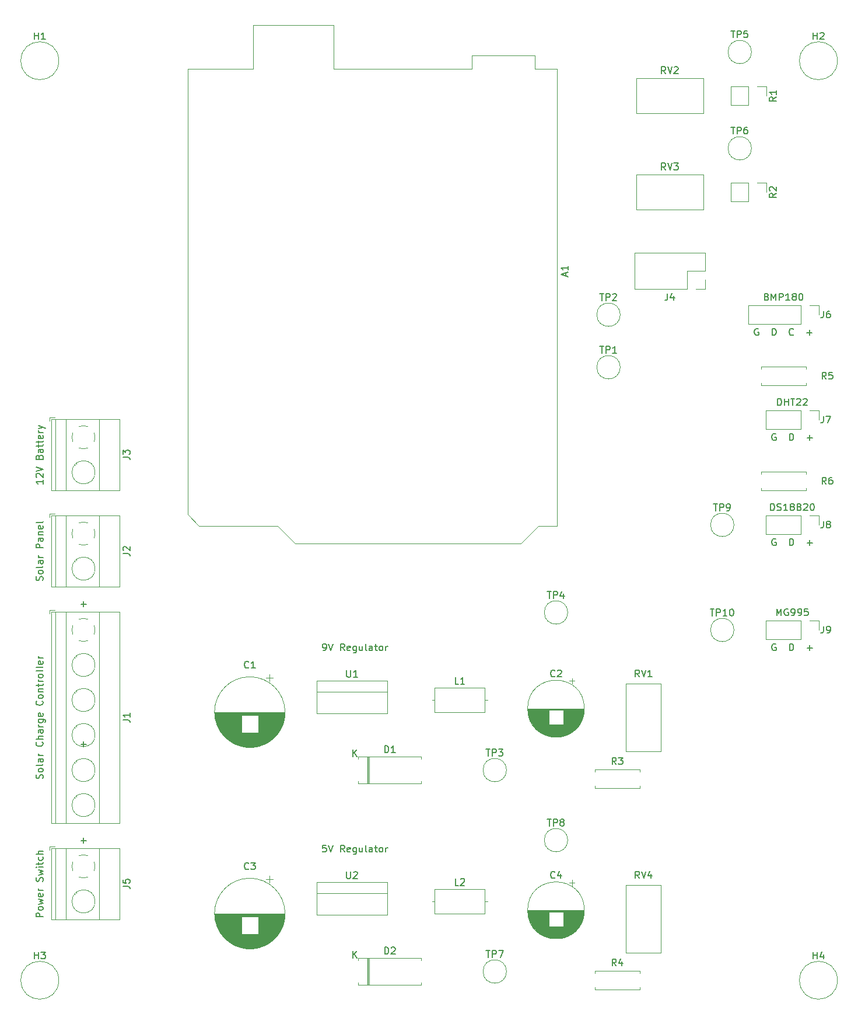
<source format=gbr>
%TF.GenerationSoftware,KiCad,Pcbnew,(5.1.9)-1*%
%TF.CreationDate,2021-10-02T12:50:20-07:00*%
%TF.ProjectId,Solar Powered Weather Station,536f6c61-7220-4506-9f77-657265642057,rev?*%
%TF.SameCoordinates,Original*%
%TF.FileFunction,Legend,Top*%
%TF.FilePolarity,Positive*%
%FSLAX46Y46*%
G04 Gerber Fmt 4.6, Leading zero omitted, Abs format (unit mm)*
G04 Created by KiCad (PCBNEW (5.1.9)-1) date 2021-10-02 12:50:20*
%MOMM*%
%LPD*%
G01*
G04 APERTURE LIST*
%ADD10C,0.150000*%
%ADD11C,0.120000*%
G04 APERTURE END LIST*
D10*
X132239047Y-108720000D02*
X132143809Y-108672380D01*
X132000952Y-108672380D01*
X131858095Y-108720000D01*
X131762857Y-108815238D01*
X131715238Y-108910476D01*
X131667619Y-109100952D01*
X131667619Y-109243809D01*
X131715238Y-109434285D01*
X131762857Y-109529523D01*
X131858095Y-109624761D01*
X132000952Y-109672380D01*
X132096190Y-109672380D01*
X132239047Y-109624761D01*
X132286666Y-109577142D01*
X132286666Y-109243809D01*
X132096190Y-109243809D01*
X134239047Y-109672380D02*
X134239047Y-108672380D01*
X134477142Y-108672380D01*
X134620000Y-108720000D01*
X134715238Y-108815238D01*
X134762857Y-108910476D01*
X134810476Y-109100952D01*
X134810476Y-109243809D01*
X134762857Y-109434285D01*
X134715238Y-109529523D01*
X134620000Y-109624761D01*
X134477142Y-109672380D01*
X134239047Y-109672380D01*
X136762857Y-109291428D02*
X137524761Y-109291428D01*
X137143809Y-109672380D02*
X137143809Y-108910476D01*
X132358095Y-104592380D02*
X132358095Y-103592380D01*
X132691428Y-104306666D01*
X133024761Y-103592380D01*
X133024761Y-104592380D01*
X134024761Y-103640000D02*
X133929523Y-103592380D01*
X133786666Y-103592380D01*
X133643809Y-103640000D01*
X133548571Y-103735238D01*
X133500952Y-103830476D01*
X133453333Y-104020952D01*
X133453333Y-104163809D01*
X133500952Y-104354285D01*
X133548571Y-104449523D01*
X133643809Y-104544761D01*
X133786666Y-104592380D01*
X133881904Y-104592380D01*
X134024761Y-104544761D01*
X134072380Y-104497142D01*
X134072380Y-104163809D01*
X133881904Y-104163809D01*
X134548571Y-104592380D02*
X134739047Y-104592380D01*
X134834285Y-104544761D01*
X134881904Y-104497142D01*
X134977142Y-104354285D01*
X135024761Y-104163809D01*
X135024761Y-103782857D01*
X134977142Y-103687619D01*
X134929523Y-103640000D01*
X134834285Y-103592380D01*
X134643809Y-103592380D01*
X134548571Y-103640000D01*
X134500952Y-103687619D01*
X134453333Y-103782857D01*
X134453333Y-104020952D01*
X134500952Y-104116190D01*
X134548571Y-104163809D01*
X134643809Y-104211428D01*
X134834285Y-104211428D01*
X134929523Y-104163809D01*
X134977142Y-104116190D01*
X135024761Y-104020952D01*
X135500952Y-104592380D02*
X135691428Y-104592380D01*
X135786666Y-104544761D01*
X135834285Y-104497142D01*
X135929523Y-104354285D01*
X135977142Y-104163809D01*
X135977142Y-103782857D01*
X135929523Y-103687619D01*
X135881904Y-103640000D01*
X135786666Y-103592380D01*
X135596190Y-103592380D01*
X135500952Y-103640000D01*
X135453333Y-103687619D01*
X135405714Y-103782857D01*
X135405714Y-104020952D01*
X135453333Y-104116190D01*
X135500952Y-104163809D01*
X135596190Y-104211428D01*
X135786666Y-104211428D01*
X135881904Y-104163809D01*
X135929523Y-104116190D01*
X135977142Y-104020952D01*
X136881904Y-103592380D02*
X136405714Y-103592380D01*
X136358095Y-104068571D01*
X136405714Y-104020952D01*
X136500952Y-103973333D01*
X136739047Y-103973333D01*
X136834285Y-104020952D01*
X136881904Y-104068571D01*
X136929523Y-104163809D01*
X136929523Y-104401904D01*
X136881904Y-104497142D01*
X136834285Y-104544761D01*
X136739047Y-104592380D01*
X136500952Y-104592380D01*
X136405714Y-104544761D01*
X136358095Y-104497142D01*
X132239047Y-93480000D02*
X132143809Y-93432380D01*
X132000952Y-93432380D01*
X131858095Y-93480000D01*
X131762857Y-93575238D01*
X131715238Y-93670476D01*
X131667619Y-93860952D01*
X131667619Y-94003809D01*
X131715238Y-94194285D01*
X131762857Y-94289523D01*
X131858095Y-94384761D01*
X132000952Y-94432380D01*
X132096190Y-94432380D01*
X132239047Y-94384761D01*
X132286666Y-94337142D01*
X132286666Y-94003809D01*
X132096190Y-94003809D01*
X134239047Y-94432380D02*
X134239047Y-93432380D01*
X134477142Y-93432380D01*
X134620000Y-93480000D01*
X134715238Y-93575238D01*
X134762857Y-93670476D01*
X134810476Y-93860952D01*
X134810476Y-94003809D01*
X134762857Y-94194285D01*
X134715238Y-94289523D01*
X134620000Y-94384761D01*
X134477142Y-94432380D01*
X134239047Y-94432380D01*
X136762857Y-94051428D02*
X137524761Y-94051428D01*
X137143809Y-94432380D02*
X137143809Y-93670476D01*
X131477142Y-89352380D02*
X131477142Y-88352380D01*
X131715238Y-88352380D01*
X131858095Y-88400000D01*
X131953333Y-88495238D01*
X132000952Y-88590476D01*
X132048571Y-88780952D01*
X132048571Y-88923809D01*
X132000952Y-89114285D01*
X131953333Y-89209523D01*
X131858095Y-89304761D01*
X131715238Y-89352380D01*
X131477142Y-89352380D01*
X132429523Y-89304761D02*
X132572380Y-89352380D01*
X132810476Y-89352380D01*
X132905714Y-89304761D01*
X132953333Y-89257142D01*
X133000952Y-89161904D01*
X133000952Y-89066666D01*
X132953333Y-88971428D01*
X132905714Y-88923809D01*
X132810476Y-88876190D01*
X132620000Y-88828571D01*
X132524761Y-88780952D01*
X132477142Y-88733333D01*
X132429523Y-88638095D01*
X132429523Y-88542857D01*
X132477142Y-88447619D01*
X132524761Y-88400000D01*
X132620000Y-88352380D01*
X132858095Y-88352380D01*
X133000952Y-88400000D01*
X133953333Y-89352380D02*
X133381904Y-89352380D01*
X133667619Y-89352380D02*
X133667619Y-88352380D01*
X133572380Y-88495238D01*
X133477142Y-88590476D01*
X133381904Y-88638095D01*
X134524761Y-88780952D02*
X134429523Y-88733333D01*
X134381904Y-88685714D01*
X134334285Y-88590476D01*
X134334285Y-88542857D01*
X134381904Y-88447619D01*
X134429523Y-88400000D01*
X134524761Y-88352380D01*
X134715238Y-88352380D01*
X134810476Y-88400000D01*
X134858095Y-88447619D01*
X134905714Y-88542857D01*
X134905714Y-88590476D01*
X134858095Y-88685714D01*
X134810476Y-88733333D01*
X134715238Y-88780952D01*
X134524761Y-88780952D01*
X134429523Y-88828571D01*
X134381904Y-88876190D01*
X134334285Y-88971428D01*
X134334285Y-89161904D01*
X134381904Y-89257142D01*
X134429523Y-89304761D01*
X134524761Y-89352380D01*
X134715238Y-89352380D01*
X134810476Y-89304761D01*
X134858095Y-89257142D01*
X134905714Y-89161904D01*
X134905714Y-88971428D01*
X134858095Y-88876190D01*
X134810476Y-88828571D01*
X134715238Y-88780952D01*
X135667619Y-88828571D02*
X135810476Y-88876190D01*
X135858095Y-88923809D01*
X135905714Y-89019047D01*
X135905714Y-89161904D01*
X135858095Y-89257142D01*
X135810476Y-89304761D01*
X135715238Y-89352380D01*
X135334285Y-89352380D01*
X135334285Y-88352380D01*
X135667619Y-88352380D01*
X135762857Y-88400000D01*
X135810476Y-88447619D01*
X135858095Y-88542857D01*
X135858095Y-88638095D01*
X135810476Y-88733333D01*
X135762857Y-88780952D01*
X135667619Y-88828571D01*
X135334285Y-88828571D01*
X136286666Y-88447619D02*
X136334285Y-88400000D01*
X136429523Y-88352380D01*
X136667619Y-88352380D01*
X136762857Y-88400000D01*
X136810476Y-88447619D01*
X136858095Y-88542857D01*
X136858095Y-88638095D01*
X136810476Y-88780952D01*
X136239047Y-89352380D01*
X136858095Y-89352380D01*
X137477142Y-88352380D02*
X137572380Y-88352380D01*
X137667619Y-88400000D01*
X137715238Y-88447619D01*
X137762857Y-88542857D01*
X137810476Y-88733333D01*
X137810476Y-88971428D01*
X137762857Y-89161904D01*
X137715238Y-89257142D01*
X137667619Y-89304761D01*
X137572380Y-89352380D01*
X137477142Y-89352380D01*
X137381904Y-89304761D01*
X137334285Y-89257142D01*
X137286666Y-89161904D01*
X137239047Y-88971428D01*
X137239047Y-88733333D01*
X137286666Y-88542857D01*
X137334285Y-88447619D01*
X137381904Y-88400000D01*
X137477142Y-88352380D01*
X132239047Y-78240000D02*
X132143809Y-78192380D01*
X132000952Y-78192380D01*
X131858095Y-78240000D01*
X131762857Y-78335238D01*
X131715238Y-78430476D01*
X131667619Y-78620952D01*
X131667619Y-78763809D01*
X131715238Y-78954285D01*
X131762857Y-79049523D01*
X131858095Y-79144761D01*
X132000952Y-79192380D01*
X132096190Y-79192380D01*
X132239047Y-79144761D01*
X132286666Y-79097142D01*
X132286666Y-78763809D01*
X132096190Y-78763809D01*
X134239047Y-79192380D02*
X134239047Y-78192380D01*
X134477142Y-78192380D01*
X134620000Y-78240000D01*
X134715238Y-78335238D01*
X134762857Y-78430476D01*
X134810476Y-78620952D01*
X134810476Y-78763809D01*
X134762857Y-78954285D01*
X134715238Y-79049523D01*
X134620000Y-79144761D01*
X134477142Y-79192380D01*
X134239047Y-79192380D01*
X136762857Y-78811428D02*
X137524761Y-78811428D01*
X137143809Y-79192380D02*
X137143809Y-78430476D01*
X132500952Y-74112380D02*
X132500952Y-73112380D01*
X132739047Y-73112380D01*
X132881904Y-73160000D01*
X132977142Y-73255238D01*
X133024761Y-73350476D01*
X133072380Y-73540952D01*
X133072380Y-73683809D01*
X133024761Y-73874285D01*
X132977142Y-73969523D01*
X132881904Y-74064761D01*
X132739047Y-74112380D01*
X132500952Y-74112380D01*
X133500952Y-74112380D02*
X133500952Y-73112380D01*
X133500952Y-73588571D02*
X134072380Y-73588571D01*
X134072380Y-74112380D02*
X134072380Y-73112380D01*
X134405714Y-73112380D02*
X134977142Y-73112380D01*
X134691428Y-74112380D02*
X134691428Y-73112380D01*
X135262857Y-73207619D02*
X135310476Y-73160000D01*
X135405714Y-73112380D01*
X135643809Y-73112380D01*
X135739047Y-73160000D01*
X135786666Y-73207619D01*
X135834285Y-73302857D01*
X135834285Y-73398095D01*
X135786666Y-73540952D01*
X135215238Y-74112380D01*
X135834285Y-74112380D01*
X136215238Y-73207619D02*
X136262857Y-73160000D01*
X136358095Y-73112380D01*
X136596190Y-73112380D01*
X136691428Y-73160000D01*
X136739047Y-73207619D01*
X136786666Y-73302857D01*
X136786666Y-73398095D01*
X136739047Y-73540952D01*
X136167619Y-74112380D01*
X136786666Y-74112380D01*
X129707142Y-63000000D02*
X129611904Y-62952380D01*
X129469047Y-62952380D01*
X129326190Y-63000000D01*
X129230952Y-63095238D01*
X129183333Y-63190476D01*
X129135714Y-63380952D01*
X129135714Y-63523809D01*
X129183333Y-63714285D01*
X129230952Y-63809523D01*
X129326190Y-63904761D01*
X129469047Y-63952380D01*
X129564285Y-63952380D01*
X129707142Y-63904761D01*
X129754761Y-63857142D01*
X129754761Y-63523809D01*
X129564285Y-63523809D01*
X131707142Y-63952380D02*
X131707142Y-62952380D01*
X131945238Y-62952380D01*
X132088095Y-63000000D01*
X132183333Y-63095238D01*
X132230952Y-63190476D01*
X132278571Y-63380952D01*
X132278571Y-63523809D01*
X132230952Y-63714285D01*
X132183333Y-63809523D01*
X132088095Y-63904761D01*
X131945238Y-63952380D01*
X131707142Y-63952380D01*
X134802380Y-63857142D02*
X134754761Y-63904761D01*
X134611904Y-63952380D01*
X134516666Y-63952380D01*
X134373809Y-63904761D01*
X134278571Y-63809523D01*
X134230952Y-63714285D01*
X134183333Y-63523809D01*
X134183333Y-63380952D01*
X134230952Y-63190476D01*
X134278571Y-63095238D01*
X134373809Y-63000000D01*
X134516666Y-62952380D01*
X134611904Y-62952380D01*
X134754761Y-63000000D01*
X134802380Y-63047619D01*
X136754761Y-63571428D02*
X137516666Y-63571428D01*
X137135714Y-63952380D02*
X137135714Y-63190476D01*
X130921428Y-58348571D02*
X131064285Y-58396190D01*
X131111904Y-58443809D01*
X131159523Y-58539047D01*
X131159523Y-58681904D01*
X131111904Y-58777142D01*
X131064285Y-58824761D01*
X130969047Y-58872380D01*
X130588095Y-58872380D01*
X130588095Y-57872380D01*
X130921428Y-57872380D01*
X131016666Y-57920000D01*
X131064285Y-57967619D01*
X131111904Y-58062857D01*
X131111904Y-58158095D01*
X131064285Y-58253333D01*
X131016666Y-58300952D01*
X130921428Y-58348571D01*
X130588095Y-58348571D01*
X131588095Y-58872380D02*
X131588095Y-57872380D01*
X131921428Y-58586666D01*
X132254761Y-57872380D01*
X132254761Y-58872380D01*
X132730952Y-58872380D02*
X132730952Y-57872380D01*
X133111904Y-57872380D01*
X133207142Y-57920000D01*
X133254761Y-57967619D01*
X133302380Y-58062857D01*
X133302380Y-58205714D01*
X133254761Y-58300952D01*
X133207142Y-58348571D01*
X133111904Y-58396190D01*
X132730952Y-58396190D01*
X134254761Y-58872380D02*
X133683333Y-58872380D01*
X133969047Y-58872380D02*
X133969047Y-57872380D01*
X133873809Y-58015238D01*
X133778571Y-58110476D01*
X133683333Y-58158095D01*
X134826190Y-58300952D02*
X134730952Y-58253333D01*
X134683333Y-58205714D01*
X134635714Y-58110476D01*
X134635714Y-58062857D01*
X134683333Y-57967619D01*
X134730952Y-57920000D01*
X134826190Y-57872380D01*
X135016666Y-57872380D01*
X135111904Y-57920000D01*
X135159523Y-57967619D01*
X135207142Y-58062857D01*
X135207142Y-58110476D01*
X135159523Y-58205714D01*
X135111904Y-58253333D01*
X135016666Y-58300952D01*
X134826190Y-58300952D01*
X134730952Y-58348571D01*
X134683333Y-58396190D01*
X134635714Y-58491428D01*
X134635714Y-58681904D01*
X134683333Y-58777142D01*
X134730952Y-58824761D01*
X134826190Y-58872380D01*
X135016666Y-58872380D01*
X135111904Y-58824761D01*
X135159523Y-58777142D01*
X135207142Y-58681904D01*
X135207142Y-58491428D01*
X135159523Y-58396190D01*
X135111904Y-58348571D01*
X135016666Y-58300952D01*
X135826190Y-57872380D02*
X135921428Y-57872380D01*
X136016666Y-57920000D01*
X136064285Y-57967619D01*
X136111904Y-58062857D01*
X136159523Y-58253333D01*
X136159523Y-58491428D01*
X136111904Y-58681904D01*
X136064285Y-58777142D01*
X136016666Y-58824761D01*
X135921428Y-58872380D01*
X135826190Y-58872380D01*
X135730952Y-58824761D01*
X135683333Y-58777142D01*
X135635714Y-58681904D01*
X135588095Y-58491428D01*
X135588095Y-58253333D01*
X135635714Y-58062857D01*
X135683333Y-57967619D01*
X135730952Y-57920000D01*
X135826190Y-57872380D01*
X31369047Y-137231428D02*
X32130952Y-137231428D01*
X31750000Y-137612380D02*
X31750000Y-136850476D01*
X31369047Y-123261428D02*
X32130952Y-123261428D01*
X31750000Y-123642380D02*
X31750000Y-122880476D01*
X31369047Y-137231428D02*
X32130952Y-137231428D01*
X31750000Y-137612380D02*
X31750000Y-136850476D01*
X31369047Y-102941428D02*
X32130952Y-102941428D01*
X31750000Y-103322380D02*
X31750000Y-102560476D01*
X25852380Y-148271904D02*
X24852380Y-148271904D01*
X24852380Y-147890952D01*
X24900000Y-147795714D01*
X24947619Y-147748095D01*
X25042857Y-147700476D01*
X25185714Y-147700476D01*
X25280952Y-147748095D01*
X25328571Y-147795714D01*
X25376190Y-147890952D01*
X25376190Y-148271904D01*
X25852380Y-147129047D02*
X25804761Y-147224285D01*
X25757142Y-147271904D01*
X25661904Y-147319523D01*
X25376190Y-147319523D01*
X25280952Y-147271904D01*
X25233333Y-147224285D01*
X25185714Y-147129047D01*
X25185714Y-146986190D01*
X25233333Y-146890952D01*
X25280952Y-146843333D01*
X25376190Y-146795714D01*
X25661904Y-146795714D01*
X25757142Y-146843333D01*
X25804761Y-146890952D01*
X25852380Y-146986190D01*
X25852380Y-147129047D01*
X25185714Y-146462380D02*
X25852380Y-146271904D01*
X25376190Y-146081428D01*
X25852380Y-145890952D01*
X25185714Y-145700476D01*
X25804761Y-144938571D02*
X25852380Y-145033809D01*
X25852380Y-145224285D01*
X25804761Y-145319523D01*
X25709523Y-145367142D01*
X25328571Y-145367142D01*
X25233333Y-145319523D01*
X25185714Y-145224285D01*
X25185714Y-145033809D01*
X25233333Y-144938571D01*
X25328571Y-144890952D01*
X25423809Y-144890952D01*
X25519047Y-145367142D01*
X25852380Y-144462380D02*
X25185714Y-144462380D01*
X25376190Y-144462380D02*
X25280952Y-144414761D01*
X25233333Y-144367142D01*
X25185714Y-144271904D01*
X25185714Y-144176666D01*
X25804761Y-143129047D02*
X25852380Y-142986190D01*
X25852380Y-142748095D01*
X25804761Y-142652857D01*
X25757142Y-142605238D01*
X25661904Y-142557619D01*
X25566666Y-142557619D01*
X25471428Y-142605238D01*
X25423809Y-142652857D01*
X25376190Y-142748095D01*
X25328571Y-142938571D01*
X25280952Y-143033809D01*
X25233333Y-143081428D01*
X25138095Y-143129047D01*
X25042857Y-143129047D01*
X24947619Y-143081428D01*
X24900000Y-143033809D01*
X24852380Y-142938571D01*
X24852380Y-142700476D01*
X24900000Y-142557619D01*
X25185714Y-142224285D02*
X25852380Y-142033809D01*
X25376190Y-141843333D01*
X25852380Y-141652857D01*
X25185714Y-141462380D01*
X25852380Y-141081428D02*
X25185714Y-141081428D01*
X24852380Y-141081428D02*
X24900000Y-141129047D01*
X24947619Y-141081428D01*
X24900000Y-141033809D01*
X24852380Y-141081428D01*
X24947619Y-141081428D01*
X25185714Y-140748095D02*
X25185714Y-140367142D01*
X24852380Y-140605238D02*
X25709523Y-140605238D01*
X25804761Y-140557619D01*
X25852380Y-140462380D01*
X25852380Y-140367142D01*
X25804761Y-139605238D02*
X25852380Y-139700476D01*
X25852380Y-139890952D01*
X25804761Y-139986190D01*
X25757142Y-140033809D01*
X25661904Y-140081428D01*
X25376190Y-140081428D01*
X25280952Y-140033809D01*
X25233333Y-139986190D01*
X25185714Y-139890952D01*
X25185714Y-139700476D01*
X25233333Y-139605238D01*
X25852380Y-139176666D02*
X24852380Y-139176666D01*
X25852380Y-138748095D02*
X25328571Y-138748095D01*
X25233333Y-138795714D01*
X25185714Y-138890952D01*
X25185714Y-139033809D01*
X25233333Y-139129047D01*
X25280952Y-139176666D01*
X25852380Y-84922857D02*
X25852380Y-85494285D01*
X25852380Y-85208571D02*
X24852380Y-85208571D01*
X24995238Y-85303809D01*
X25090476Y-85399047D01*
X25138095Y-85494285D01*
X24947619Y-84541904D02*
X24900000Y-84494285D01*
X24852380Y-84399047D01*
X24852380Y-84160952D01*
X24900000Y-84065714D01*
X24947619Y-84018095D01*
X25042857Y-83970476D01*
X25138095Y-83970476D01*
X25280952Y-84018095D01*
X25852380Y-84589523D01*
X25852380Y-83970476D01*
X24852380Y-83684761D02*
X25852380Y-83351428D01*
X24852380Y-83018095D01*
X25328571Y-81589523D02*
X25376190Y-81446666D01*
X25423809Y-81399047D01*
X25519047Y-81351428D01*
X25661904Y-81351428D01*
X25757142Y-81399047D01*
X25804761Y-81446666D01*
X25852380Y-81541904D01*
X25852380Y-81922857D01*
X24852380Y-81922857D01*
X24852380Y-81589523D01*
X24900000Y-81494285D01*
X24947619Y-81446666D01*
X25042857Y-81399047D01*
X25138095Y-81399047D01*
X25233333Y-81446666D01*
X25280952Y-81494285D01*
X25328571Y-81589523D01*
X25328571Y-81922857D01*
X25852380Y-80494285D02*
X25328571Y-80494285D01*
X25233333Y-80541904D01*
X25185714Y-80637142D01*
X25185714Y-80827619D01*
X25233333Y-80922857D01*
X25804761Y-80494285D02*
X25852380Y-80589523D01*
X25852380Y-80827619D01*
X25804761Y-80922857D01*
X25709523Y-80970476D01*
X25614285Y-80970476D01*
X25519047Y-80922857D01*
X25471428Y-80827619D01*
X25471428Y-80589523D01*
X25423809Y-80494285D01*
X25185714Y-80160952D02*
X25185714Y-79780000D01*
X24852380Y-80018095D02*
X25709523Y-80018095D01*
X25804761Y-79970476D01*
X25852380Y-79875238D01*
X25852380Y-79780000D01*
X25185714Y-79589523D02*
X25185714Y-79208571D01*
X24852380Y-79446666D02*
X25709523Y-79446666D01*
X25804761Y-79399047D01*
X25852380Y-79303809D01*
X25852380Y-79208571D01*
X25804761Y-78494285D02*
X25852380Y-78589523D01*
X25852380Y-78780000D01*
X25804761Y-78875238D01*
X25709523Y-78922857D01*
X25328571Y-78922857D01*
X25233333Y-78875238D01*
X25185714Y-78780000D01*
X25185714Y-78589523D01*
X25233333Y-78494285D01*
X25328571Y-78446666D01*
X25423809Y-78446666D01*
X25519047Y-78922857D01*
X25852380Y-78018095D02*
X25185714Y-78018095D01*
X25376190Y-78018095D02*
X25280952Y-77970476D01*
X25233333Y-77922857D01*
X25185714Y-77827619D01*
X25185714Y-77732380D01*
X25185714Y-77494285D02*
X25852380Y-77256190D01*
X25185714Y-77018095D02*
X25852380Y-77256190D01*
X26090476Y-77351428D01*
X26138095Y-77399047D01*
X26185714Y-77494285D01*
X25804761Y-99488095D02*
X25852380Y-99345238D01*
X25852380Y-99107142D01*
X25804761Y-99011904D01*
X25757142Y-98964285D01*
X25661904Y-98916666D01*
X25566666Y-98916666D01*
X25471428Y-98964285D01*
X25423809Y-99011904D01*
X25376190Y-99107142D01*
X25328571Y-99297619D01*
X25280952Y-99392857D01*
X25233333Y-99440476D01*
X25138095Y-99488095D01*
X25042857Y-99488095D01*
X24947619Y-99440476D01*
X24900000Y-99392857D01*
X24852380Y-99297619D01*
X24852380Y-99059523D01*
X24900000Y-98916666D01*
X25852380Y-98345238D02*
X25804761Y-98440476D01*
X25757142Y-98488095D01*
X25661904Y-98535714D01*
X25376190Y-98535714D01*
X25280952Y-98488095D01*
X25233333Y-98440476D01*
X25185714Y-98345238D01*
X25185714Y-98202380D01*
X25233333Y-98107142D01*
X25280952Y-98059523D01*
X25376190Y-98011904D01*
X25661904Y-98011904D01*
X25757142Y-98059523D01*
X25804761Y-98107142D01*
X25852380Y-98202380D01*
X25852380Y-98345238D01*
X25852380Y-97440476D02*
X25804761Y-97535714D01*
X25709523Y-97583333D01*
X24852380Y-97583333D01*
X25852380Y-96630952D02*
X25328571Y-96630952D01*
X25233333Y-96678571D01*
X25185714Y-96773809D01*
X25185714Y-96964285D01*
X25233333Y-97059523D01*
X25804761Y-96630952D02*
X25852380Y-96726190D01*
X25852380Y-96964285D01*
X25804761Y-97059523D01*
X25709523Y-97107142D01*
X25614285Y-97107142D01*
X25519047Y-97059523D01*
X25471428Y-96964285D01*
X25471428Y-96726190D01*
X25423809Y-96630952D01*
X25852380Y-96154761D02*
X25185714Y-96154761D01*
X25376190Y-96154761D02*
X25280952Y-96107142D01*
X25233333Y-96059523D01*
X25185714Y-95964285D01*
X25185714Y-95869047D01*
X25852380Y-94773809D02*
X24852380Y-94773809D01*
X24852380Y-94392857D01*
X24900000Y-94297619D01*
X24947619Y-94250000D01*
X25042857Y-94202380D01*
X25185714Y-94202380D01*
X25280952Y-94250000D01*
X25328571Y-94297619D01*
X25376190Y-94392857D01*
X25376190Y-94773809D01*
X25852380Y-93345238D02*
X25328571Y-93345238D01*
X25233333Y-93392857D01*
X25185714Y-93488095D01*
X25185714Y-93678571D01*
X25233333Y-93773809D01*
X25804761Y-93345238D02*
X25852380Y-93440476D01*
X25852380Y-93678571D01*
X25804761Y-93773809D01*
X25709523Y-93821428D01*
X25614285Y-93821428D01*
X25519047Y-93773809D01*
X25471428Y-93678571D01*
X25471428Y-93440476D01*
X25423809Y-93345238D01*
X25185714Y-92869047D02*
X25852380Y-92869047D01*
X25280952Y-92869047D02*
X25233333Y-92821428D01*
X25185714Y-92726190D01*
X25185714Y-92583333D01*
X25233333Y-92488095D01*
X25328571Y-92440476D01*
X25852380Y-92440476D01*
X25804761Y-91583333D02*
X25852380Y-91678571D01*
X25852380Y-91869047D01*
X25804761Y-91964285D01*
X25709523Y-92011904D01*
X25328571Y-92011904D01*
X25233333Y-91964285D01*
X25185714Y-91869047D01*
X25185714Y-91678571D01*
X25233333Y-91583333D01*
X25328571Y-91535714D01*
X25423809Y-91535714D01*
X25519047Y-92011904D01*
X25852380Y-90964285D02*
X25804761Y-91059523D01*
X25709523Y-91107142D01*
X24852380Y-91107142D01*
X25804761Y-128213333D02*
X25852380Y-128070476D01*
X25852380Y-127832380D01*
X25804761Y-127737142D01*
X25757142Y-127689523D01*
X25661904Y-127641904D01*
X25566666Y-127641904D01*
X25471428Y-127689523D01*
X25423809Y-127737142D01*
X25376190Y-127832380D01*
X25328571Y-128022857D01*
X25280952Y-128118095D01*
X25233333Y-128165714D01*
X25138095Y-128213333D01*
X25042857Y-128213333D01*
X24947619Y-128165714D01*
X24900000Y-128118095D01*
X24852380Y-128022857D01*
X24852380Y-127784761D01*
X24900000Y-127641904D01*
X25852380Y-127070476D02*
X25804761Y-127165714D01*
X25757142Y-127213333D01*
X25661904Y-127260952D01*
X25376190Y-127260952D01*
X25280952Y-127213333D01*
X25233333Y-127165714D01*
X25185714Y-127070476D01*
X25185714Y-126927619D01*
X25233333Y-126832380D01*
X25280952Y-126784761D01*
X25376190Y-126737142D01*
X25661904Y-126737142D01*
X25757142Y-126784761D01*
X25804761Y-126832380D01*
X25852380Y-126927619D01*
X25852380Y-127070476D01*
X25852380Y-126165714D02*
X25804761Y-126260952D01*
X25709523Y-126308571D01*
X24852380Y-126308571D01*
X25852380Y-125356190D02*
X25328571Y-125356190D01*
X25233333Y-125403809D01*
X25185714Y-125499047D01*
X25185714Y-125689523D01*
X25233333Y-125784761D01*
X25804761Y-125356190D02*
X25852380Y-125451428D01*
X25852380Y-125689523D01*
X25804761Y-125784761D01*
X25709523Y-125832380D01*
X25614285Y-125832380D01*
X25519047Y-125784761D01*
X25471428Y-125689523D01*
X25471428Y-125451428D01*
X25423809Y-125356190D01*
X25852380Y-124880000D02*
X25185714Y-124880000D01*
X25376190Y-124880000D02*
X25280952Y-124832380D01*
X25233333Y-124784761D01*
X25185714Y-124689523D01*
X25185714Y-124594285D01*
X25757142Y-122927619D02*
X25804761Y-122975238D01*
X25852380Y-123118095D01*
X25852380Y-123213333D01*
X25804761Y-123356190D01*
X25709523Y-123451428D01*
X25614285Y-123499047D01*
X25423809Y-123546666D01*
X25280952Y-123546666D01*
X25090476Y-123499047D01*
X24995238Y-123451428D01*
X24900000Y-123356190D01*
X24852380Y-123213333D01*
X24852380Y-123118095D01*
X24900000Y-122975238D01*
X24947619Y-122927619D01*
X25852380Y-122499047D02*
X24852380Y-122499047D01*
X25852380Y-122070476D02*
X25328571Y-122070476D01*
X25233333Y-122118095D01*
X25185714Y-122213333D01*
X25185714Y-122356190D01*
X25233333Y-122451428D01*
X25280952Y-122499047D01*
X25852380Y-121165714D02*
X25328571Y-121165714D01*
X25233333Y-121213333D01*
X25185714Y-121308571D01*
X25185714Y-121499047D01*
X25233333Y-121594285D01*
X25804761Y-121165714D02*
X25852380Y-121260952D01*
X25852380Y-121499047D01*
X25804761Y-121594285D01*
X25709523Y-121641904D01*
X25614285Y-121641904D01*
X25519047Y-121594285D01*
X25471428Y-121499047D01*
X25471428Y-121260952D01*
X25423809Y-121165714D01*
X25852380Y-120689523D02*
X25185714Y-120689523D01*
X25376190Y-120689523D02*
X25280952Y-120641904D01*
X25233333Y-120594285D01*
X25185714Y-120499047D01*
X25185714Y-120403809D01*
X25185714Y-119641904D02*
X25995238Y-119641904D01*
X26090476Y-119689523D01*
X26138095Y-119737142D01*
X26185714Y-119832380D01*
X26185714Y-119975238D01*
X26138095Y-120070476D01*
X25804761Y-119641904D02*
X25852380Y-119737142D01*
X25852380Y-119927619D01*
X25804761Y-120022857D01*
X25757142Y-120070476D01*
X25661904Y-120118095D01*
X25376190Y-120118095D01*
X25280952Y-120070476D01*
X25233333Y-120022857D01*
X25185714Y-119927619D01*
X25185714Y-119737142D01*
X25233333Y-119641904D01*
X25804761Y-118784761D02*
X25852380Y-118880000D01*
X25852380Y-119070476D01*
X25804761Y-119165714D01*
X25709523Y-119213333D01*
X25328571Y-119213333D01*
X25233333Y-119165714D01*
X25185714Y-119070476D01*
X25185714Y-118880000D01*
X25233333Y-118784761D01*
X25328571Y-118737142D01*
X25423809Y-118737142D01*
X25519047Y-119213333D01*
X25757142Y-116975238D02*
X25804761Y-117022857D01*
X25852380Y-117165714D01*
X25852380Y-117260952D01*
X25804761Y-117403809D01*
X25709523Y-117499047D01*
X25614285Y-117546666D01*
X25423809Y-117594285D01*
X25280952Y-117594285D01*
X25090476Y-117546666D01*
X24995238Y-117499047D01*
X24900000Y-117403809D01*
X24852380Y-117260952D01*
X24852380Y-117165714D01*
X24900000Y-117022857D01*
X24947619Y-116975238D01*
X25852380Y-116403809D02*
X25804761Y-116499047D01*
X25757142Y-116546666D01*
X25661904Y-116594285D01*
X25376190Y-116594285D01*
X25280952Y-116546666D01*
X25233333Y-116499047D01*
X25185714Y-116403809D01*
X25185714Y-116260952D01*
X25233333Y-116165714D01*
X25280952Y-116118095D01*
X25376190Y-116070476D01*
X25661904Y-116070476D01*
X25757142Y-116118095D01*
X25804761Y-116165714D01*
X25852380Y-116260952D01*
X25852380Y-116403809D01*
X25185714Y-115641904D02*
X25852380Y-115641904D01*
X25280952Y-115641904D02*
X25233333Y-115594285D01*
X25185714Y-115499047D01*
X25185714Y-115356190D01*
X25233333Y-115260952D01*
X25328571Y-115213333D01*
X25852380Y-115213333D01*
X25185714Y-114880000D02*
X25185714Y-114499047D01*
X24852380Y-114737142D02*
X25709523Y-114737142D01*
X25804761Y-114689523D01*
X25852380Y-114594285D01*
X25852380Y-114499047D01*
X25852380Y-114165714D02*
X25185714Y-114165714D01*
X25376190Y-114165714D02*
X25280952Y-114118095D01*
X25233333Y-114070476D01*
X25185714Y-113975238D01*
X25185714Y-113880000D01*
X25852380Y-113403809D02*
X25804761Y-113499047D01*
X25757142Y-113546666D01*
X25661904Y-113594285D01*
X25376190Y-113594285D01*
X25280952Y-113546666D01*
X25233333Y-113499047D01*
X25185714Y-113403809D01*
X25185714Y-113260952D01*
X25233333Y-113165714D01*
X25280952Y-113118095D01*
X25376190Y-113070476D01*
X25661904Y-113070476D01*
X25757142Y-113118095D01*
X25804761Y-113165714D01*
X25852380Y-113260952D01*
X25852380Y-113403809D01*
X25852380Y-112499047D02*
X25804761Y-112594285D01*
X25709523Y-112641904D01*
X24852380Y-112641904D01*
X25852380Y-111975238D02*
X25804761Y-112070476D01*
X25709523Y-112118095D01*
X24852380Y-112118095D01*
X25804761Y-111213333D02*
X25852380Y-111308571D01*
X25852380Y-111499047D01*
X25804761Y-111594285D01*
X25709523Y-111641904D01*
X25328571Y-111641904D01*
X25233333Y-111594285D01*
X25185714Y-111499047D01*
X25185714Y-111308571D01*
X25233333Y-111213333D01*
X25328571Y-111165714D01*
X25423809Y-111165714D01*
X25519047Y-111641904D01*
X25852380Y-110737142D02*
X25185714Y-110737142D01*
X25376190Y-110737142D02*
X25280952Y-110689523D01*
X25233333Y-110641904D01*
X25185714Y-110546666D01*
X25185714Y-110451428D01*
X66953333Y-137882380D02*
X66477142Y-137882380D01*
X66429523Y-138358571D01*
X66477142Y-138310952D01*
X66572380Y-138263333D01*
X66810476Y-138263333D01*
X66905714Y-138310952D01*
X66953333Y-138358571D01*
X67000952Y-138453809D01*
X67000952Y-138691904D01*
X66953333Y-138787142D01*
X66905714Y-138834761D01*
X66810476Y-138882380D01*
X66572380Y-138882380D01*
X66477142Y-138834761D01*
X66429523Y-138787142D01*
X67286666Y-137882380D02*
X67620000Y-138882380D01*
X67953333Y-137882380D01*
X69620000Y-138882380D02*
X69286666Y-138406190D01*
X69048571Y-138882380D02*
X69048571Y-137882380D01*
X69429523Y-137882380D01*
X69524761Y-137930000D01*
X69572380Y-137977619D01*
X69620000Y-138072857D01*
X69620000Y-138215714D01*
X69572380Y-138310952D01*
X69524761Y-138358571D01*
X69429523Y-138406190D01*
X69048571Y-138406190D01*
X70429523Y-138834761D02*
X70334285Y-138882380D01*
X70143809Y-138882380D01*
X70048571Y-138834761D01*
X70000952Y-138739523D01*
X70000952Y-138358571D01*
X70048571Y-138263333D01*
X70143809Y-138215714D01*
X70334285Y-138215714D01*
X70429523Y-138263333D01*
X70477142Y-138358571D01*
X70477142Y-138453809D01*
X70000952Y-138549047D01*
X71334285Y-138215714D02*
X71334285Y-139025238D01*
X71286666Y-139120476D01*
X71239047Y-139168095D01*
X71143809Y-139215714D01*
X71000952Y-139215714D01*
X70905714Y-139168095D01*
X71334285Y-138834761D02*
X71239047Y-138882380D01*
X71048571Y-138882380D01*
X70953333Y-138834761D01*
X70905714Y-138787142D01*
X70858095Y-138691904D01*
X70858095Y-138406190D01*
X70905714Y-138310952D01*
X70953333Y-138263333D01*
X71048571Y-138215714D01*
X71239047Y-138215714D01*
X71334285Y-138263333D01*
X72239047Y-138215714D02*
X72239047Y-138882380D01*
X71810476Y-138215714D02*
X71810476Y-138739523D01*
X71858095Y-138834761D01*
X71953333Y-138882380D01*
X72096190Y-138882380D01*
X72191428Y-138834761D01*
X72239047Y-138787142D01*
X72858095Y-138882380D02*
X72762857Y-138834761D01*
X72715238Y-138739523D01*
X72715238Y-137882380D01*
X73667619Y-138882380D02*
X73667619Y-138358571D01*
X73620000Y-138263333D01*
X73524761Y-138215714D01*
X73334285Y-138215714D01*
X73239047Y-138263333D01*
X73667619Y-138834761D02*
X73572380Y-138882380D01*
X73334285Y-138882380D01*
X73239047Y-138834761D01*
X73191428Y-138739523D01*
X73191428Y-138644285D01*
X73239047Y-138549047D01*
X73334285Y-138501428D01*
X73572380Y-138501428D01*
X73667619Y-138453809D01*
X74000952Y-138215714D02*
X74381904Y-138215714D01*
X74143809Y-137882380D02*
X74143809Y-138739523D01*
X74191428Y-138834761D01*
X74286666Y-138882380D01*
X74381904Y-138882380D01*
X74858095Y-138882380D02*
X74762857Y-138834761D01*
X74715238Y-138787142D01*
X74667619Y-138691904D01*
X74667619Y-138406190D01*
X74715238Y-138310952D01*
X74762857Y-138263333D01*
X74858095Y-138215714D01*
X75000952Y-138215714D01*
X75096190Y-138263333D01*
X75143809Y-138310952D01*
X75191428Y-138406190D01*
X75191428Y-138691904D01*
X75143809Y-138787142D01*
X75096190Y-138834761D01*
X75000952Y-138882380D01*
X74858095Y-138882380D01*
X75620000Y-138882380D02*
X75620000Y-138215714D01*
X75620000Y-138406190D02*
X75667619Y-138310952D01*
X75715238Y-138263333D01*
X75810476Y-138215714D01*
X75905714Y-138215714D01*
X66524761Y-109672380D02*
X66715238Y-109672380D01*
X66810476Y-109624761D01*
X66858095Y-109577142D01*
X66953333Y-109434285D01*
X67000952Y-109243809D01*
X67000952Y-108862857D01*
X66953333Y-108767619D01*
X66905714Y-108720000D01*
X66810476Y-108672380D01*
X66620000Y-108672380D01*
X66524761Y-108720000D01*
X66477142Y-108767619D01*
X66429523Y-108862857D01*
X66429523Y-109100952D01*
X66477142Y-109196190D01*
X66524761Y-109243809D01*
X66620000Y-109291428D01*
X66810476Y-109291428D01*
X66905714Y-109243809D01*
X66953333Y-109196190D01*
X67000952Y-109100952D01*
X67286666Y-108672380D02*
X67620000Y-109672380D01*
X67953333Y-108672380D01*
X69620000Y-109672380D02*
X69286666Y-109196190D01*
X69048571Y-109672380D02*
X69048571Y-108672380D01*
X69429523Y-108672380D01*
X69524761Y-108720000D01*
X69572380Y-108767619D01*
X69620000Y-108862857D01*
X69620000Y-109005714D01*
X69572380Y-109100952D01*
X69524761Y-109148571D01*
X69429523Y-109196190D01*
X69048571Y-109196190D01*
X70429523Y-109624761D02*
X70334285Y-109672380D01*
X70143809Y-109672380D01*
X70048571Y-109624761D01*
X70000952Y-109529523D01*
X70000952Y-109148571D01*
X70048571Y-109053333D01*
X70143809Y-109005714D01*
X70334285Y-109005714D01*
X70429523Y-109053333D01*
X70477142Y-109148571D01*
X70477142Y-109243809D01*
X70000952Y-109339047D01*
X71334285Y-109005714D02*
X71334285Y-109815238D01*
X71286666Y-109910476D01*
X71239047Y-109958095D01*
X71143809Y-110005714D01*
X71000952Y-110005714D01*
X70905714Y-109958095D01*
X71334285Y-109624761D02*
X71239047Y-109672380D01*
X71048571Y-109672380D01*
X70953333Y-109624761D01*
X70905714Y-109577142D01*
X70858095Y-109481904D01*
X70858095Y-109196190D01*
X70905714Y-109100952D01*
X70953333Y-109053333D01*
X71048571Y-109005714D01*
X71239047Y-109005714D01*
X71334285Y-109053333D01*
X72239047Y-109005714D02*
X72239047Y-109672380D01*
X71810476Y-109005714D02*
X71810476Y-109529523D01*
X71858095Y-109624761D01*
X71953333Y-109672380D01*
X72096190Y-109672380D01*
X72191428Y-109624761D01*
X72239047Y-109577142D01*
X72858095Y-109672380D02*
X72762857Y-109624761D01*
X72715238Y-109529523D01*
X72715238Y-108672380D01*
X73667619Y-109672380D02*
X73667619Y-109148571D01*
X73620000Y-109053333D01*
X73524761Y-109005714D01*
X73334285Y-109005714D01*
X73239047Y-109053333D01*
X73667619Y-109624761D02*
X73572380Y-109672380D01*
X73334285Y-109672380D01*
X73239047Y-109624761D01*
X73191428Y-109529523D01*
X73191428Y-109434285D01*
X73239047Y-109339047D01*
X73334285Y-109291428D01*
X73572380Y-109291428D01*
X73667619Y-109243809D01*
X74000952Y-109005714D02*
X74381904Y-109005714D01*
X74143809Y-108672380D02*
X74143809Y-109529523D01*
X74191428Y-109624761D01*
X74286666Y-109672380D01*
X74381904Y-109672380D01*
X74858095Y-109672380D02*
X74762857Y-109624761D01*
X74715238Y-109577142D01*
X74667619Y-109481904D01*
X74667619Y-109196190D01*
X74715238Y-109100952D01*
X74762857Y-109053333D01*
X74858095Y-109005714D01*
X75000952Y-109005714D01*
X75096190Y-109053333D01*
X75143809Y-109100952D01*
X75191428Y-109196190D01*
X75191428Y-109481904D01*
X75143809Y-109577142D01*
X75096190Y-109624761D01*
X75000952Y-109672380D01*
X74858095Y-109672380D01*
X75620000Y-109672380D02*
X75620000Y-109005714D01*
X75620000Y-109196190D02*
X75667619Y-109100952D01*
X75715238Y-109053333D01*
X75810476Y-109005714D01*
X75905714Y-109005714D01*
D11*
%TO.C,J4*%
X121980000Y-52010000D02*
X121980000Y-54610000D01*
X121980000Y-52010000D02*
X111700000Y-52010000D01*
X111700000Y-52010000D02*
X111700000Y-57210000D01*
X119380000Y-57210000D02*
X111700000Y-57210000D01*
X119380000Y-54610000D02*
X119380000Y-57210000D01*
X121980000Y-54610000D02*
X119380000Y-54610000D01*
X121980000Y-57210000D02*
X120650000Y-57210000D01*
X121980000Y-55880000D02*
X121980000Y-57210000D01*
%TO.C,A1*%
X62480000Y-94110000D02*
X95250000Y-94110000D01*
X95250000Y-94110000D02*
X97790000Y-91570000D01*
X97790000Y-91570000D02*
X100460000Y-91570000D01*
X100460000Y-91570000D02*
X100460000Y-25270000D01*
X100460000Y-25270000D02*
X97280000Y-25270000D01*
X97280000Y-25270000D02*
X97280000Y-23370000D01*
X97280000Y-23370000D02*
X88140000Y-23370000D01*
X88140000Y-23370000D02*
X88140000Y-25270000D01*
X88140000Y-25270000D02*
X68070000Y-25270000D01*
X68070000Y-25270000D02*
X68070000Y-18920000D01*
X68070000Y-18920000D02*
X56390000Y-18920000D01*
X56390000Y-18920000D02*
X56390000Y-25270000D01*
X56390000Y-25270000D02*
X46860000Y-25270000D01*
X46860000Y-25270000D02*
X46860000Y-89920000D01*
X46860000Y-89920000D02*
X48510000Y-91570000D01*
X48510000Y-91570000D02*
X59940000Y-91570000D01*
X59940000Y-91570000D02*
X62480000Y-94110000D01*
%TO.C,J9*%
X130750000Y-105350000D02*
X130750000Y-108010000D01*
X135890000Y-105350000D02*
X130750000Y-105350000D01*
X135890000Y-108010000D02*
X130750000Y-108010000D01*
X135890000Y-105350000D02*
X135890000Y-108010000D01*
X137160000Y-105350000D02*
X138490000Y-105350000D01*
X138490000Y-105350000D02*
X138490000Y-106680000D01*
%TO.C,TP10*%
X126160000Y-106680000D02*
G75*
G03*
X126160000Y-106680000I-1700000J0D01*
G01*
%TO.C,C1*%
X59255000Y-113610354D02*
X58255000Y-113610354D01*
X58755000Y-113110354D02*
X58755000Y-114110354D01*
X56479000Y-123671000D02*
X55281000Y-123671000D01*
X56742000Y-123631000D02*
X55018000Y-123631000D01*
X56942000Y-123591000D02*
X54818000Y-123591000D01*
X57110000Y-123551000D02*
X54650000Y-123551000D01*
X57258000Y-123511000D02*
X54502000Y-123511000D01*
X57390000Y-123471000D02*
X54370000Y-123471000D01*
X57510000Y-123431000D02*
X54250000Y-123431000D01*
X57622000Y-123391000D02*
X54138000Y-123391000D01*
X57726000Y-123351000D02*
X54034000Y-123351000D01*
X57824000Y-123311000D02*
X53936000Y-123311000D01*
X57917000Y-123271000D02*
X53843000Y-123271000D01*
X58005000Y-123231000D02*
X53755000Y-123231000D01*
X58089000Y-123191000D02*
X53671000Y-123191000D01*
X58169000Y-123151000D02*
X53591000Y-123151000D01*
X58245000Y-123111000D02*
X53515000Y-123111000D01*
X58319000Y-123071000D02*
X53441000Y-123071000D01*
X58390000Y-123031000D02*
X53370000Y-123031000D01*
X58459000Y-122991000D02*
X53301000Y-122991000D01*
X58525000Y-122951000D02*
X53235000Y-122951000D01*
X58589000Y-122911000D02*
X53171000Y-122911000D01*
X58650000Y-122871000D02*
X53110000Y-122871000D01*
X58710000Y-122831000D02*
X53050000Y-122831000D01*
X58769000Y-122791000D02*
X52991000Y-122791000D01*
X58825000Y-122751000D02*
X52935000Y-122751000D01*
X58880000Y-122711000D02*
X52880000Y-122711000D01*
X58934000Y-122671000D02*
X52826000Y-122671000D01*
X58986000Y-122631000D02*
X52774000Y-122631000D01*
X59036000Y-122591000D02*
X52724000Y-122591000D01*
X59086000Y-122551000D02*
X52674000Y-122551000D01*
X59134000Y-122511000D02*
X52626000Y-122511000D01*
X59181000Y-122471000D02*
X52579000Y-122471000D01*
X59227000Y-122431000D02*
X52533000Y-122431000D01*
X59272000Y-122391000D02*
X52488000Y-122391000D01*
X59316000Y-122351000D02*
X52444000Y-122351000D01*
X59358000Y-122311000D02*
X52402000Y-122311000D01*
X59400000Y-122271000D02*
X52360000Y-122271000D01*
X59441000Y-122231000D02*
X52319000Y-122231000D01*
X59481000Y-122191000D02*
X52279000Y-122191000D01*
X59520000Y-122151000D02*
X52240000Y-122151000D01*
X59559000Y-122111000D02*
X52201000Y-122111000D01*
X59596000Y-122071000D02*
X52164000Y-122071000D01*
X59633000Y-122031000D02*
X52127000Y-122031000D01*
X59669000Y-121991000D02*
X52091000Y-121991000D01*
X59704000Y-121951000D02*
X52056000Y-121951000D01*
X59738000Y-121911000D02*
X52022000Y-121911000D01*
X59772000Y-121871000D02*
X51988000Y-121871000D01*
X59805000Y-121831000D02*
X51955000Y-121831000D01*
X59837000Y-121791000D02*
X51923000Y-121791000D01*
X59869000Y-121751000D02*
X51891000Y-121751000D01*
X59900000Y-121711000D02*
X51860000Y-121711000D01*
X59930000Y-121671000D02*
X51830000Y-121671000D01*
X59960000Y-121631000D02*
X51800000Y-121631000D01*
X59990000Y-121591000D02*
X51770000Y-121591000D01*
X54639000Y-121551000D02*
X51742000Y-121551000D01*
X60018000Y-121551000D02*
X57121000Y-121551000D01*
X54639000Y-121511000D02*
X51714000Y-121511000D01*
X60046000Y-121511000D02*
X57121000Y-121511000D01*
X54639000Y-121471000D02*
X51686000Y-121471000D01*
X60074000Y-121471000D02*
X57121000Y-121471000D01*
X54639000Y-121431000D02*
X51659000Y-121431000D01*
X60101000Y-121431000D02*
X57121000Y-121431000D01*
X54639000Y-121391000D02*
X51633000Y-121391000D01*
X60127000Y-121391000D02*
X57121000Y-121391000D01*
X54639000Y-121351000D02*
X51607000Y-121351000D01*
X60153000Y-121351000D02*
X57121000Y-121351000D01*
X54639000Y-121311000D02*
X51582000Y-121311000D01*
X60178000Y-121311000D02*
X57121000Y-121311000D01*
X54639000Y-121271000D02*
X51557000Y-121271000D01*
X60203000Y-121271000D02*
X57121000Y-121271000D01*
X54639000Y-121231000D02*
X51533000Y-121231000D01*
X60227000Y-121231000D02*
X57121000Y-121231000D01*
X54639000Y-121191000D02*
X51509000Y-121191000D01*
X60251000Y-121191000D02*
X57121000Y-121191000D01*
X54639000Y-121151000D02*
X51485000Y-121151000D01*
X60275000Y-121151000D02*
X57121000Y-121151000D01*
X54639000Y-121111000D02*
X51463000Y-121111000D01*
X60297000Y-121111000D02*
X57121000Y-121111000D01*
X54639000Y-121071000D02*
X51440000Y-121071000D01*
X60320000Y-121071000D02*
X57121000Y-121071000D01*
X54639000Y-121031000D02*
X51418000Y-121031000D01*
X60342000Y-121031000D02*
X57121000Y-121031000D01*
X54639000Y-120991000D02*
X51397000Y-120991000D01*
X60363000Y-120991000D02*
X57121000Y-120991000D01*
X54639000Y-120951000D02*
X51376000Y-120951000D01*
X60384000Y-120951000D02*
X57121000Y-120951000D01*
X54639000Y-120911000D02*
X51355000Y-120911000D01*
X60405000Y-120911000D02*
X57121000Y-120911000D01*
X54639000Y-120871000D02*
X51335000Y-120871000D01*
X60425000Y-120871000D02*
X57121000Y-120871000D01*
X54639000Y-120831000D02*
X51316000Y-120831000D01*
X60444000Y-120831000D02*
X57121000Y-120831000D01*
X54639000Y-120791000D02*
X51296000Y-120791000D01*
X60464000Y-120791000D02*
X57121000Y-120791000D01*
X54639000Y-120751000D02*
X51277000Y-120751000D01*
X60483000Y-120751000D02*
X57121000Y-120751000D01*
X54639000Y-120711000D02*
X51259000Y-120711000D01*
X60501000Y-120711000D02*
X57121000Y-120711000D01*
X54639000Y-120671000D02*
X51241000Y-120671000D01*
X60519000Y-120671000D02*
X57121000Y-120671000D01*
X54639000Y-120631000D02*
X51223000Y-120631000D01*
X60537000Y-120631000D02*
X57121000Y-120631000D01*
X54639000Y-120591000D02*
X51206000Y-120591000D01*
X60554000Y-120591000D02*
X57121000Y-120591000D01*
X54639000Y-120551000D02*
X51190000Y-120551000D01*
X60570000Y-120551000D02*
X57121000Y-120551000D01*
X54639000Y-120511000D02*
X51173000Y-120511000D01*
X60587000Y-120511000D02*
X57121000Y-120511000D01*
X54639000Y-120471000D02*
X51157000Y-120471000D01*
X60603000Y-120471000D02*
X57121000Y-120471000D01*
X54639000Y-120431000D02*
X51142000Y-120431000D01*
X60618000Y-120431000D02*
X57121000Y-120431000D01*
X54639000Y-120391000D02*
X51126000Y-120391000D01*
X60634000Y-120391000D02*
X57121000Y-120391000D01*
X54639000Y-120351000D02*
X51112000Y-120351000D01*
X60648000Y-120351000D02*
X57121000Y-120351000D01*
X54639000Y-120311000D02*
X51097000Y-120311000D01*
X60663000Y-120311000D02*
X57121000Y-120311000D01*
X54639000Y-120271000D02*
X51083000Y-120271000D01*
X60677000Y-120271000D02*
X57121000Y-120271000D01*
X54639000Y-120231000D02*
X51069000Y-120231000D01*
X60691000Y-120231000D02*
X57121000Y-120231000D01*
X54639000Y-120191000D02*
X51056000Y-120191000D01*
X60704000Y-120191000D02*
X57121000Y-120191000D01*
X54639000Y-120151000D02*
X51043000Y-120151000D01*
X60717000Y-120151000D02*
X57121000Y-120151000D01*
X54639000Y-120111000D02*
X51030000Y-120111000D01*
X60730000Y-120111000D02*
X57121000Y-120111000D01*
X54639000Y-120071000D02*
X51018000Y-120071000D01*
X60742000Y-120071000D02*
X57121000Y-120071000D01*
X54639000Y-120031000D02*
X51006000Y-120031000D01*
X60754000Y-120031000D02*
X57121000Y-120031000D01*
X54639000Y-119991000D02*
X50995000Y-119991000D01*
X60765000Y-119991000D02*
X57121000Y-119991000D01*
X54639000Y-119951000D02*
X50983000Y-119951000D01*
X60777000Y-119951000D02*
X57121000Y-119951000D01*
X54639000Y-119911000D02*
X50973000Y-119911000D01*
X60787000Y-119911000D02*
X57121000Y-119911000D01*
X54639000Y-119871000D02*
X50962000Y-119871000D01*
X60798000Y-119871000D02*
X57121000Y-119871000D01*
X54639000Y-119831000D02*
X50952000Y-119831000D01*
X60808000Y-119831000D02*
X57121000Y-119831000D01*
X54639000Y-119791000D02*
X50942000Y-119791000D01*
X60818000Y-119791000D02*
X57121000Y-119791000D01*
X54639000Y-119751000D02*
X50933000Y-119751000D01*
X60827000Y-119751000D02*
X57121000Y-119751000D01*
X54639000Y-119711000D02*
X50924000Y-119711000D01*
X60836000Y-119711000D02*
X57121000Y-119711000D01*
X54639000Y-119671000D02*
X50915000Y-119671000D01*
X60845000Y-119671000D02*
X57121000Y-119671000D01*
X54639000Y-119631000D02*
X50906000Y-119631000D01*
X60854000Y-119631000D02*
X57121000Y-119631000D01*
X54639000Y-119591000D02*
X50898000Y-119591000D01*
X60862000Y-119591000D02*
X57121000Y-119591000D01*
X54639000Y-119551000D02*
X50890000Y-119551000D01*
X60870000Y-119551000D02*
X57121000Y-119551000D01*
X54639000Y-119511000D02*
X50883000Y-119511000D01*
X60877000Y-119511000D02*
X57121000Y-119511000D01*
X54639000Y-119471000D02*
X50876000Y-119471000D01*
X60884000Y-119471000D02*
X57121000Y-119471000D01*
X54639000Y-119431000D02*
X50869000Y-119431000D01*
X60891000Y-119431000D02*
X57121000Y-119431000D01*
X54639000Y-119391000D02*
X50862000Y-119391000D01*
X60898000Y-119391000D02*
X57121000Y-119391000D01*
X54639000Y-119351000D02*
X50856000Y-119351000D01*
X60904000Y-119351000D02*
X57121000Y-119351000D01*
X54639000Y-119311000D02*
X50850000Y-119311000D01*
X60910000Y-119311000D02*
X57121000Y-119311000D01*
X54639000Y-119270000D02*
X50845000Y-119270000D01*
X60915000Y-119270000D02*
X57121000Y-119270000D01*
X54639000Y-119230000D02*
X50840000Y-119230000D01*
X60920000Y-119230000D02*
X57121000Y-119230000D01*
X54639000Y-119190000D02*
X50835000Y-119190000D01*
X60925000Y-119190000D02*
X57121000Y-119190000D01*
X54639000Y-119150000D02*
X50830000Y-119150000D01*
X60930000Y-119150000D02*
X57121000Y-119150000D01*
X54639000Y-119110000D02*
X50826000Y-119110000D01*
X60934000Y-119110000D02*
X57121000Y-119110000D01*
X60938000Y-119070000D02*
X50822000Y-119070000D01*
X60942000Y-119030000D02*
X50818000Y-119030000D01*
X60945000Y-118990000D02*
X50815000Y-118990000D01*
X60948000Y-118950000D02*
X50812000Y-118950000D01*
X60950000Y-118910000D02*
X50810000Y-118910000D01*
X60953000Y-118870000D02*
X50807000Y-118870000D01*
X60955000Y-118830000D02*
X50805000Y-118830000D01*
X60957000Y-118790000D02*
X50803000Y-118790000D01*
X60958000Y-118750000D02*
X50802000Y-118750000D01*
X60959000Y-118710000D02*
X50801000Y-118710000D01*
X60960000Y-118670000D02*
X50800000Y-118670000D01*
X60960000Y-118630000D02*
X50800000Y-118630000D01*
X60960000Y-118590000D02*
X50800000Y-118590000D01*
X61000000Y-118590000D02*
G75*
G03*
X61000000Y-118590000I-5120000J0D01*
G01*
%TO.C,C2*%
X103045000Y-114080302D02*
X102245000Y-114080302D01*
X102645000Y-113680302D02*
X102645000Y-114480302D01*
X100863000Y-122171000D02*
X99797000Y-122171000D01*
X101098000Y-122131000D02*
X99562000Y-122131000D01*
X101278000Y-122091000D02*
X99382000Y-122091000D01*
X101428000Y-122051000D02*
X99232000Y-122051000D01*
X101559000Y-122011000D02*
X99101000Y-122011000D01*
X101676000Y-121971000D02*
X98984000Y-121971000D01*
X101783000Y-121931000D02*
X98877000Y-121931000D01*
X101882000Y-121891000D02*
X98778000Y-121891000D01*
X101975000Y-121851000D02*
X98685000Y-121851000D01*
X102061000Y-121811000D02*
X98599000Y-121811000D01*
X102143000Y-121771000D02*
X98517000Y-121771000D01*
X102220000Y-121731000D02*
X98440000Y-121731000D01*
X102294000Y-121691000D02*
X98366000Y-121691000D01*
X102364000Y-121651000D02*
X98296000Y-121651000D01*
X102432000Y-121611000D02*
X98228000Y-121611000D01*
X102496000Y-121571000D02*
X98164000Y-121571000D01*
X102558000Y-121531000D02*
X98102000Y-121531000D01*
X102617000Y-121491000D02*
X98043000Y-121491000D01*
X102675000Y-121451000D02*
X97985000Y-121451000D01*
X102730000Y-121411000D02*
X97930000Y-121411000D01*
X102784000Y-121371000D02*
X97876000Y-121371000D01*
X102835000Y-121331000D02*
X97825000Y-121331000D01*
X102886000Y-121291000D02*
X97774000Y-121291000D01*
X102934000Y-121251000D02*
X97726000Y-121251000D01*
X102981000Y-121211000D02*
X97679000Y-121211000D01*
X103027000Y-121171000D02*
X97633000Y-121171000D01*
X103071000Y-121131000D02*
X97589000Y-121131000D01*
X103114000Y-121091000D02*
X97546000Y-121091000D01*
X103156000Y-121051000D02*
X97504000Y-121051000D01*
X103197000Y-121011000D02*
X97463000Y-121011000D01*
X103237000Y-120971000D02*
X97423000Y-120971000D01*
X103275000Y-120931000D02*
X97385000Y-120931000D01*
X103313000Y-120891000D02*
X97347000Y-120891000D01*
X103349000Y-120851000D02*
X97311000Y-120851000D01*
X103385000Y-120811000D02*
X97275000Y-120811000D01*
X103420000Y-120771000D02*
X97240000Y-120771000D01*
X103454000Y-120731000D02*
X97206000Y-120731000D01*
X103486000Y-120691000D02*
X97174000Y-120691000D01*
X103519000Y-120651000D02*
X97141000Y-120651000D01*
X103550000Y-120611000D02*
X97110000Y-120611000D01*
X103580000Y-120571000D02*
X97080000Y-120571000D01*
X103610000Y-120531000D02*
X97050000Y-120531000D01*
X103639000Y-120491000D02*
X97021000Y-120491000D01*
X103668000Y-120451000D02*
X96992000Y-120451000D01*
X103695000Y-120411000D02*
X96965000Y-120411000D01*
X99290000Y-120371000D02*
X96938000Y-120371000D01*
X103722000Y-120371000D02*
X101370000Y-120371000D01*
X99290000Y-120331000D02*
X96912000Y-120331000D01*
X103748000Y-120331000D02*
X101370000Y-120331000D01*
X99290000Y-120291000D02*
X96886000Y-120291000D01*
X103774000Y-120291000D02*
X101370000Y-120291000D01*
X99290000Y-120251000D02*
X96861000Y-120251000D01*
X103799000Y-120251000D02*
X101370000Y-120251000D01*
X99290000Y-120211000D02*
X96837000Y-120211000D01*
X103823000Y-120211000D02*
X101370000Y-120211000D01*
X99290000Y-120171000D02*
X96813000Y-120171000D01*
X103847000Y-120171000D02*
X101370000Y-120171000D01*
X99290000Y-120131000D02*
X96790000Y-120131000D01*
X103870000Y-120131000D02*
X101370000Y-120131000D01*
X99290000Y-120091000D02*
X96768000Y-120091000D01*
X103892000Y-120091000D02*
X101370000Y-120091000D01*
X99290000Y-120051000D02*
X96746000Y-120051000D01*
X103914000Y-120051000D02*
X101370000Y-120051000D01*
X99290000Y-120011000D02*
X96724000Y-120011000D01*
X103936000Y-120011000D02*
X101370000Y-120011000D01*
X99290000Y-119971000D02*
X96703000Y-119971000D01*
X103957000Y-119971000D02*
X101370000Y-119971000D01*
X99290000Y-119931000D02*
X96683000Y-119931000D01*
X103977000Y-119931000D02*
X101370000Y-119931000D01*
X99290000Y-119891000D02*
X96664000Y-119891000D01*
X103996000Y-119891000D02*
X101370000Y-119891000D01*
X99290000Y-119851000D02*
X96644000Y-119851000D01*
X104016000Y-119851000D02*
X101370000Y-119851000D01*
X99290000Y-119811000D02*
X96626000Y-119811000D01*
X104034000Y-119811000D02*
X101370000Y-119811000D01*
X99290000Y-119771000D02*
X96608000Y-119771000D01*
X104052000Y-119771000D02*
X101370000Y-119771000D01*
X99290000Y-119731000D02*
X96590000Y-119731000D01*
X104070000Y-119731000D02*
X101370000Y-119731000D01*
X99290000Y-119691000D02*
X96573000Y-119691000D01*
X104087000Y-119691000D02*
X101370000Y-119691000D01*
X99290000Y-119651000D02*
X96556000Y-119651000D01*
X104104000Y-119651000D02*
X101370000Y-119651000D01*
X99290000Y-119611000D02*
X96540000Y-119611000D01*
X104120000Y-119611000D02*
X101370000Y-119611000D01*
X99290000Y-119571000D02*
X96525000Y-119571000D01*
X104135000Y-119571000D02*
X101370000Y-119571000D01*
X99290000Y-119531000D02*
X96509000Y-119531000D01*
X104151000Y-119531000D02*
X101370000Y-119531000D01*
X99290000Y-119491000D02*
X96495000Y-119491000D01*
X104165000Y-119491000D02*
X101370000Y-119491000D01*
X99290000Y-119451000D02*
X96480000Y-119451000D01*
X104180000Y-119451000D02*
X101370000Y-119451000D01*
X99290000Y-119411000D02*
X96467000Y-119411000D01*
X104193000Y-119411000D02*
X101370000Y-119411000D01*
X99290000Y-119371000D02*
X96453000Y-119371000D01*
X104207000Y-119371000D02*
X101370000Y-119371000D01*
X99290000Y-119331000D02*
X96441000Y-119331000D01*
X104219000Y-119331000D02*
X101370000Y-119331000D01*
X99290000Y-119291000D02*
X96428000Y-119291000D01*
X104232000Y-119291000D02*
X101370000Y-119291000D01*
X99290000Y-119251000D02*
X96416000Y-119251000D01*
X104244000Y-119251000D02*
X101370000Y-119251000D01*
X99290000Y-119211000D02*
X96405000Y-119211000D01*
X104255000Y-119211000D02*
X101370000Y-119211000D01*
X99290000Y-119171000D02*
X96394000Y-119171000D01*
X104266000Y-119171000D02*
X101370000Y-119171000D01*
X99290000Y-119131000D02*
X96383000Y-119131000D01*
X104277000Y-119131000D02*
X101370000Y-119131000D01*
X99290000Y-119091000D02*
X96373000Y-119091000D01*
X104287000Y-119091000D02*
X101370000Y-119091000D01*
X99290000Y-119051000D02*
X96363000Y-119051000D01*
X104297000Y-119051000D02*
X101370000Y-119051000D01*
X99290000Y-119011000D02*
X96354000Y-119011000D01*
X104306000Y-119011000D02*
X101370000Y-119011000D01*
X99290000Y-118971000D02*
X96345000Y-118971000D01*
X104315000Y-118971000D02*
X101370000Y-118971000D01*
X99290000Y-118931000D02*
X96336000Y-118931000D01*
X104324000Y-118931000D02*
X101370000Y-118931000D01*
X99290000Y-118891000D02*
X96328000Y-118891000D01*
X104332000Y-118891000D02*
X101370000Y-118891000D01*
X99290000Y-118851000D02*
X96320000Y-118851000D01*
X104340000Y-118851000D02*
X101370000Y-118851000D01*
X99290000Y-118811000D02*
X96313000Y-118811000D01*
X104347000Y-118811000D02*
X101370000Y-118811000D01*
X99290000Y-118770000D02*
X96306000Y-118770000D01*
X104354000Y-118770000D02*
X101370000Y-118770000D01*
X99290000Y-118730000D02*
X96300000Y-118730000D01*
X104360000Y-118730000D02*
X101370000Y-118730000D01*
X99290000Y-118690000D02*
X96293000Y-118690000D01*
X104367000Y-118690000D02*
X101370000Y-118690000D01*
X99290000Y-118650000D02*
X96288000Y-118650000D01*
X104372000Y-118650000D02*
X101370000Y-118650000D01*
X99290000Y-118610000D02*
X96282000Y-118610000D01*
X104378000Y-118610000D02*
X101370000Y-118610000D01*
X99290000Y-118570000D02*
X96278000Y-118570000D01*
X104382000Y-118570000D02*
X101370000Y-118570000D01*
X99290000Y-118530000D02*
X96273000Y-118530000D01*
X104387000Y-118530000D02*
X101370000Y-118530000D01*
X99290000Y-118490000D02*
X96269000Y-118490000D01*
X104391000Y-118490000D02*
X101370000Y-118490000D01*
X99290000Y-118450000D02*
X96265000Y-118450000D01*
X104395000Y-118450000D02*
X101370000Y-118450000D01*
X99290000Y-118410000D02*
X96262000Y-118410000D01*
X104398000Y-118410000D02*
X101370000Y-118410000D01*
X99290000Y-118370000D02*
X96259000Y-118370000D01*
X104401000Y-118370000D02*
X101370000Y-118370000D01*
X99290000Y-118330000D02*
X96256000Y-118330000D01*
X104404000Y-118330000D02*
X101370000Y-118330000D01*
X104406000Y-118290000D02*
X96254000Y-118290000D01*
X104407000Y-118250000D02*
X96253000Y-118250000D01*
X104409000Y-118210000D02*
X96251000Y-118210000D01*
X104410000Y-118170000D02*
X96250000Y-118170000D01*
X104410000Y-118130000D02*
X96250000Y-118130000D01*
X104410000Y-118090000D02*
X96250000Y-118090000D01*
X104450000Y-118090000D02*
G75*
G03*
X104450000Y-118090000I-4120000J0D01*
G01*
%TO.C,C3*%
X61000000Y-147800000D02*
G75*
G03*
X61000000Y-147800000I-5120000J0D01*
G01*
X60960000Y-147800000D02*
X50800000Y-147800000D01*
X60960000Y-147840000D02*
X50800000Y-147840000D01*
X60960000Y-147880000D02*
X50800000Y-147880000D01*
X60959000Y-147920000D02*
X50801000Y-147920000D01*
X60958000Y-147960000D02*
X50802000Y-147960000D01*
X60957000Y-148000000D02*
X50803000Y-148000000D01*
X60955000Y-148040000D02*
X50805000Y-148040000D01*
X60953000Y-148080000D02*
X50807000Y-148080000D01*
X60950000Y-148120000D02*
X50810000Y-148120000D01*
X60948000Y-148160000D02*
X50812000Y-148160000D01*
X60945000Y-148200000D02*
X50815000Y-148200000D01*
X60942000Y-148240000D02*
X50818000Y-148240000D01*
X60938000Y-148280000D02*
X50822000Y-148280000D01*
X60934000Y-148320000D02*
X57121000Y-148320000D01*
X54639000Y-148320000D02*
X50826000Y-148320000D01*
X60930000Y-148360000D02*
X57121000Y-148360000D01*
X54639000Y-148360000D02*
X50830000Y-148360000D01*
X60925000Y-148400000D02*
X57121000Y-148400000D01*
X54639000Y-148400000D02*
X50835000Y-148400000D01*
X60920000Y-148440000D02*
X57121000Y-148440000D01*
X54639000Y-148440000D02*
X50840000Y-148440000D01*
X60915000Y-148480000D02*
X57121000Y-148480000D01*
X54639000Y-148480000D02*
X50845000Y-148480000D01*
X60910000Y-148521000D02*
X57121000Y-148521000D01*
X54639000Y-148521000D02*
X50850000Y-148521000D01*
X60904000Y-148561000D02*
X57121000Y-148561000D01*
X54639000Y-148561000D02*
X50856000Y-148561000D01*
X60898000Y-148601000D02*
X57121000Y-148601000D01*
X54639000Y-148601000D02*
X50862000Y-148601000D01*
X60891000Y-148641000D02*
X57121000Y-148641000D01*
X54639000Y-148641000D02*
X50869000Y-148641000D01*
X60884000Y-148681000D02*
X57121000Y-148681000D01*
X54639000Y-148681000D02*
X50876000Y-148681000D01*
X60877000Y-148721000D02*
X57121000Y-148721000D01*
X54639000Y-148721000D02*
X50883000Y-148721000D01*
X60870000Y-148761000D02*
X57121000Y-148761000D01*
X54639000Y-148761000D02*
X50890000Y-148761000D01*
X60862000Y-148801000D02*
X57121000Y-148801000D01*
X54639000Y-148801000D02*
X50898000Y-148801000D01*
X60854000Y-148841000D02*
X57121000Y-148841000D01*
X54639000Y-148841000D02*
X50906000Y-148841000D01*
X60845000Y-148881000D02*
X57121000Y-148881000D01*
X54639000Y-148881000D02*
X50915000Y-148881000D01*
X60836000Y-148921000D02*
X57121000Y-148921000D01*
X54639000Y-148921000D02*
X50924000Y-148921000D01*
X60827000Y-148961000D02*
X57121000Y-148961000D01*
X54639000Y-148961000D02*
X50933000Y-148961000D01*
X60818000Y-149001000D02*
X57121000Y-149001000D01*
X54639000Y-149001000D02*
X50942000Y-149001000D01*
X60808000Y-149041000D02*
X57121000Y-149041000D01*
X54639000Y-149041000D02*
X50952000Y-149041000D01*
X60798000Y-149081000D02*
X57121000Y-149081000D01*
X54639000Y-149081000D02*
X50962000Y-149081000D01*
X60787000Y-149121000D02*
X57121000Y-149121000D01*
X54639000Y-149121000D02*
X50973000Y-149121000D01*
X60777000Y-149161000D02*
X57121000Y-149161000D01*
X54639000Y-149161000D02*
X50983000Y-149161000D01*
X60765000Y-149201000D02*
X57121000Y-149201000D01*
X54639000Y-149201000D02*
X50995000Y-149201000D01*
X60754000Y-149241000D02*
X57121000Y-149241000D01*
X54639000Y-149241000D02*
X51006000Y-149241000D01*
X60742000Y-149281000D02*
X57121000Y-149281000D01*
X54639000Y-149281000D02*
X51018000Y-149281000D01*
X60730000Y-149321000D02*
X57121000Y-149321000D01*
X54639000Y-149321000D02*
X51030000Y-149321000D01*
X60717000Y-149361000D02*
X57121000Y-149361000D01*
X54639000Y-149361000D02*
X51043000Y-149361000D01*
X60704000Y-149401000D02*
X57121000Y-149401000D01*
X54639000Y-149401000D02*
X51056000Y-149401000D01*
X60691000Y-149441000D02*
X57121000Y-149441000D01*
X54639000Y-149441000D02*
X51069000Y-149441000D01*
X60677000Y-149481000D02*
X57121000Y-149481000D01*
X54639000Y-149481000D02*
X51083000Y-149481000D01*
X60663000Y-149521000D02*
X57121000Y-149521000D01*
X54639000Y-149521000D02*
X51097000Y-149521000D01*
X60648000Y-149561000D02*
X57121000Y-149561000D01*
X54639000Y-149561000D02*
X51112000Y-149561000D01*
X60634000Y-149601000D02*
X57121000Y-149601000D01*
X54639000Y-149601000D02*
X51126000Y-149601000D01*
X60618000Y-149641000D02*
X57121000Y-149641000D01*
X54639000Y-149641000D02*
X51142000Y-149641000D01*
X60603000Y-149681000D02*
X57121000Y-149681000D01*
X54639000Y-149681000D02*
X51157000Y-149681000D01*
X60587000Y-149721000D02*
X57121000Y-149721000D01*
X54639000Y-149721000D02*
X51173000Y-149721000D01*
X60570000Y-149761000D02*
X57121000Y-149761000D01*
X54639000Y-149761000D02*
X51190000Y-149761000D01*
X60554000Y-149801000D02*
X57121000Y-149801000D01*
X54639000Y-149801000D02*
X51206000Y-149801000D01*
X60537000Y-149841000D02*
X57121000Y-149841000D01*
X54639000Y-149841000D02*
X51223000Y-149841000D01*
X60519000Y-149881000D02*
X57121000Y-149881000D01*
X54639000Y-149881000D02*
X51241000Y-149881000D01*
X60501000Y-149921000D02*
X57121000Y-149921000D01*
X54639000Y-149921000D02*
X51259000Y-149921000D01*
X60483000Y-149961000D02*
X57121000Y-149961000D01*
X54639000Y-149961000D02*
X51277000Y-149961000D01*
X60464000Y-150001000D02*
X57121000Y-150001000D01*
X54639000Y-150001000D02*
X51296000Y-150001000D01*
X60444000Y-150041000D02*
X57121000Y-150041000D01*
X54639000Y-150041000D02*
X51316000Y-150041000D01*
X60425000Y-150081000D02*
X57121000Y-150081000D01*
X54639000Y-150081000D02*
X51335000Y-150081000D01*
X60405000Y-150121000D02*
X57121000Y-150121000D01*
X54639000Y-150121000D02*
X51355000Y-150121000D01*
X60384000Y-150161000D02*
X57121000Y-150161000D01*
X54639000Y-150161000D02*
X51376000Y-150161000D01*
X60363000Y-150201000D02*
X57121000Y-150201000D01*
X54639000Y-150201000D02*
X51397000Y-150201000D01*
X60342000Y-150241000D02*
X57121000Y-150241000D01*
X54639000Y-150241000D02*
X51418000Y-150241000D01*
X60320000Y-150281000D02*
X57121000Y-150281000D01*
X54639000Y-150281000D02*
X51440000Y-150281000D01*
X60297000Y-150321000D02*
X57121000Y-150321000D01*
X54639000Y-150321000D02*
X51463000Y-150321000D01*
X60275000Y-150361000D02*
X57121000Y-150361000D01*
X54639000Y-150361000D02*
X51485000Y-150361000D01*
X60251000Y-150401000D02*
X57121000Y-150401000D01*
X54639000Y-150401000D02*
X51509000Y-150401000D01*
X60227000Y-150441000D02*
X57121000Y-150441000D01*
X54639000Y-150441000D02*
X51533000Y-150441000D01*
X60203000Y-150481000D02*
X57121000Y-150481000D01*
X54639000Y-150481000D02*
X51557000Y-150481000D01*
X60178000Y-150521000D02*
X57121000Y-150521000D01*
X54639000Y-150521000D02*
X51582000Y-150521000D01*
X60153000Y-150561000D02*
X57121000Y-150561000D01*
X54639000Y-150561000D02*
X51607000Y-150561000D01*
X60127000Y-150601000D02*
X57121000Y-150601000D01*
X54639000Y-150601000D02*
X51633000Y-150601000D01*
X60101000Y-150641000D02*
X57121000Y-150641000D01*
X54639000Y-150641000D02*
X51659000Y-150641000D01*
X60074000Y-150681000D02*
X57121000Y-150681000D01*
X54639000Y-150681000D02*
X51686000Y-150681000D01*
X60046000Y-150721000D02*
X57121000Y-150721000D01*
X54639000Y-150721000D02*
X51714000Y-150721000D01*
X60018000Y-150761000D02*
X57121000Y-150761000D01*
X54639000Y-150761000D02*
X51742000Y-150761000D01*
X59990000Y-150801000D02*
X51770000Y-150801000D01*
X59960000Y-150841000D02*
X51800000Y-150841000D01*
X59930000Y-150881000D02*
X51830000Y-150881000D01*
X59900000Y-150921000D02*
X51860000Y-150921000D01*
X59869000Y-150961000D02*
X51891000Y-150961000D01*
X59837000Y-151001000D02*
X51923000Y-151001000D01*
X59805000Y-151041000D02*
X51955000Y-151041000D01*
X59772000Y-151081000D02*
X51988000Y-151081000D01*
X59738000Y-151121000D02*
X52022000Y-151121000D01*
X59704000Y-151161000D02*
X52056000Y-151161000D01*
X59669000Y-151201000D02*
X52091000Y-151201000D01*
X59633000Y-151241000D02*
X52127000Y-151241000D01*
X59596000Y-151281000D02*
X52164000Y-151281000D01*
X59559000Y-151321000D02*
X52201000Y-151321000D01*
X59520000Y-151361000D02*
X52240000Y-151361000D01*
X59481000Y-151401000D02*
X52279000Y-151401000D01*
X59441000Y-151441000D02*
X52319000Y-151441000D01*
X59400000Y-151481000D02*
X52360000Y-151481000D01*
X59358000Y-151521000D02*
X52402000Y-151521000D01*
X59316000Y-151561000D02*
X52444000Y-151561000D01*
X59272000Y-151601000D02*
X52488000Y-151601000D01*
X59227000Y-151641000D02*
X52533000Y-151641000D01*
X59181000Y-151681000D02*
X52579000Y-151681000D01*
X59134000Y-151721000D02*
X52626000Y-151721000D01*
X59086000Y-151761000D02*
X52674000Y-151761000D01*
X59036000Y-151801000D02*
X52724000Y-151801000D01*
X58986000Y-151841000D02*
X52774000Y-151841000D01*
X58934000Y-151881000D02*
X52826000Y-151881000D01*
X58880000Y-151921000D02*
X52880000Y-151921000D01*
X58825000Y-151961000D02*
X52935000Y-151961000D01*
X58769000Y-152001000D02*
X52991000Y-152001000D01*
X58710000Y-152041000D02*
X53050000Y-152041000D01*
X58650000Y-152081000D02*
X53110000Y-152081000D01*
X58589000Y-152121000D02*
X53171000Y-152121000D01*
X58525000Y-152161000D02*
X53235000Y-152161000D01*
X58459000Y-152201000D02*
X53301000Y-152201000D01*
X58390000Y-152241000D02*
X53370000Y-152241000D01*
X58319000Y-152281000D02*
X53441000Y-152281000D01*
X58245000Y-152321000D02*
X53515000Y-152321000D01*
X58169000Y-152361000D02*
X53591000Y-152361000D01*
X58089000Y-152401000D02*
X53671000Y-152401000D01*
X58005000Y-152441000D02*
X53755000Y-152441000D01*
X57917000Y-152481000D02*
X53843000Y-152481000D01*
X57824000Y-152521000D02*
X53936000Y-152521000D01*
X57726000Y-152561000D02*
X54034000Y-152561000D01*
X57622000Y-152601000D02*
X54138000Y-152601000D01*
X57510000Y-152641000D02*
X54250000Y-152641000D01*
X57390000Y-152681000D02*
X54370000Y-152681000D01*
X57258000Y-152721000D02*
X54502000Y-152721000D01*
X57110000Y-152761000D02*
X54650000Y-152761000D01*
X56942000Y-152801000D02*
X54818000Y-152801000D01*
X56742000Y-152841000D02*
X55018000Y-152841000D01*
X56479000Y-152881000D02*
X55281000Y-152881000D01*
X58755000Y-142320354D02*
X58755000Y-143320354D01*
X59255000Y-142820354D02*
X58255000Y-142820354D01*
%TO.C,C4*%
X104450000Y-147340000D02*
G75*
G03*
X104450000Y-147340000I-4120000J0D01*
G01*
X104410000Y-147340000D02*
X96250000Y-147340000D01*
X104410000Y-147380000D02*
X96250000Y-147380000D01*
X104410000Y-147420000D02*
X96250000Y-147420000D01*
X104409000Y-147460000D02*
X96251000Y-147460000D01*
X104407000Y-147500000D02*
X96253000Y-147500000D01*
X104406000Y-147540000D02*
X96254000Y-147540000D01*
X104404000Y-147580000D02*
X101370000Y-147580000D01*
X99290000Y-147580000D02*
X96256000Y-147580000D01*
X104401000Y-147620000D02*
X101370000Y-147620000D01*
X99290000Y-147620000D02*
X96259000Y-147620000D01*
X104398000Y-147660000D02*
X101370000Y-147660000D01*
X99290000Y-147660000D02*
X96262000Y-147660000D01*
X104395000Y-147700000D02*
X101370000Y-147700000D01*
X99290000Y-147700000D02*
X96265000Y-147700000D01*
X104391000Y-147740000D02*
X101370000Y-147740000D01*
X99290000Y-147740000D02*
X96269000Y-147740000D01*
X104387000Y-147780000D02*
X101370000Y-147780000D01*
X99290000Y-147780000D02*
X96273000Y-147780000D01*
X104382000Y-147820000D02*
X101370000Y-147820000D01*
X99290000Y-147820000D02*
X96278000Y-147820000D01*
X104378000Y-147860000D02*
X101370000Y-147860000D01*
X99290000Y-147860000D02*
X96282000Y-147860000D01*
X104372000Y-147900000D02*
X101370000Y-147900000D01*
X99290000Y-147900000D02*
X96288000Y-147900000D01*
X104367000Y-147940000D02*
X101370000Y-147940000D01*
X99290000Y-147940000D02*
X96293000Y-147940000D01*
X104360000Y-147980000D02*
X101370000Y-147980000D01*
X99290000Y-147980000D02*
X96300000Y-147980000D01*
X104354000Y-148020000D02*
X101370000Y-148020000D01*
X99290000Y-148020000D02*
X96306000Y-148020000D01*
X104347000Y-148061000D02*
X101370000Y-148061000D01*
X99290000Y-148061000D02*
X96313000Y-148061000D01*
X104340000Y-148101000D02*
X101370000Y-148101000D01*
X99290000Y-148101000D02*
X96320000Y-148101000D01*
X104332000Y-148141000D02*
X101370000Y-148141000D01*
X99290000Y-148141000D02*
X96328000Y-148141000D01*
X104324000Y-148181000D02*
X101370000Y-148181000D01*
X99290000Y-148181000D02*
X96336000Y-148181000D01*
X104315000Y-148221000D02*
X101370000Y-148221000D01*
X99290000Y-148221000D02*
X96345000Y-148221000D01*
X104306000Y-148261000D02*
X101370000Y-148261000D01*
X99290000Y-148261000D02*
X96354000Y-148261000D01*
X104297000Y-148301000D02*
X101370000Y-148301000D01*
X99290000Y-148301000D02*
X96363000Y-148301000D01*
X104287000Y-148341000D02*
X101370000Y-148341000D01*
X99290000Y-148341000D02*
X96373000Y-148341000D01*
X104277000Y-148381000D02*
X101370000Y-148381000D01*
X99290000Y-148381000D02*
X96383000Y-148381000D01*
X104266000Y-148421000D02*
X101370000Y-148421000D01*
X99290000Y-148421000D02*
X96394000Y-148421000D01*
X104255000Y-148461000D02*
X101370000Y-148461000D01*
X99290000Y-148461000D02*
X96405000Y-148461000D01*
X104244000Y-148501000D02*
X101370000Y-148501000D01*
X99290000Y-148501000D02*
X96416000Y-148501000D01*
X104232000Y-148541000D02*
X101370000Y-148541000D01*
X99290000Y-148541000D02*
X96428000Y-148541000D01*
X104219000Y-148581000D02*
X101370000Y-148581000D01*
X99290000Y-148581000D02*
X96441000Y-148581000D01*
X104207000Y-148621000D02*
X101370000Y-148621000D01*
X99290000Y-148621000D02*
X96453000Y-148621000D01*
X104193000Y-148661000D02*
X101370000Y-148661000D01*
X99290000Y-148661000D02*
X96467000Y-148661000D01*
X104180000Y-148701000D02*
X101370000Y-148701000D01*
X99290000Y-148701000D02*
X96480000Y-148701000D01*
X104165000Y-148741000D02*
X101370000Y-148741000D01*
X99290000Y-148741000D02*
X96495000Y-148741000D01*
X104151000Y-148781000D02*
X101370000Y-148781000D01*
X99290000Y-148781000D02*
X96509000Y-148781000D01*
X104135000Y-148821000D02*
X101370000Y-148821000D01*
X99290000Y-148821000D02*
X96525000Y-148821000D01*
X104120000Y-148861000D02*
X101370000Y-148861000D01*
X99290000Y-148861000D02*
X96540000Y-148861000D01*
X104104000Y-148901000D02*
X101370000Y-148901000D01*
X99290000Y-148901000D02*
X96556000Y-148901000D01*
X104087000Y-148941000D02*
X101370000Y-148941000D01*
X99290000Y-148941000D02*
X96573000Y-148941000D01*
X104070000Y-148981000D02*
X101370000Y-148981000D01*
X99290000Y-148981000D02*
X96590000Y-148981000D01*
X104052000Y-149021000D02*
X101370000Y-149021000D01*
X99290000Y-149021000D02*
X96608000Y-149021000D01*
X104034000Y-149061000D02*
X101370000Y-149061000D01*
X99290000Y-149061000D02*
X96626000Y-149061000D01*
X104016000Y-149101000D02*
X101370000Y-149101000D01*
X99290000Y-149101000D02*
X96644000Y-149101000D01*
X103996000Y-149141000D02*
X101370000Y-149141000D01*
X99290000Y-149141000D02*
X96664000Y-149141000D01*
X103977000Y-149181000D02*
X101370000Y-149181000D01*
X99290000Y-149181000D02*
X96683000Y-149181000D01*
X103957000Y-149221000D02*
X101370000Y-149221000D01*
X99290000Y-149221000D02*
X96703000Y-149221000D01*
X103936000Y-149261000D02*
X101370000Y-149261000D01*
X99290000Y-149261000D02*
X96724000Y-149261000D01*
X103914000Y-149301000D02*
X101370000Y-149301000D01*
X99290000Y-149301000D02*
X96746000Y-149301000D01*
X103892000Y-149341000D02*
X101370000Y-149341000D01*
X99290000Y-149341000D02*
X96768000Y-149341000D01*
X103870000Y-149381000D02*
X101370000Y-149381000D01*
X99290000Y-149381000D02*
X96790000Y-149381000D01*
X103847000Y-149421000D02*
X101370000Y-149421000D01*
X99290000Y-149421000D02*
X96813000Y-149421000D01*
X103823000Y-149461000D02*
X101370000Y-149461000D01*
X99290000Y-149461000D02*
X96837000Y-149461000D01*
X103799000Y-149501000D02*
X101370000Y-149501000D01*
X99290000Y-149501000D02*
X96861000Y-149501000D01*
X103774000Y-149541000D02*
X101370000Y-149541000D01*
X99290000Y-149541000D02*
X96886000Y-149541000D01*
X103748000Y-149581000D02*
X101370000Y-149581000D01*
X99290000Y-149581000D02*
X96912000Y-149581000D01*
X103722000Y-149621000D02*
X101370000Y-149621000D01*
X99290000Y-149621000D02*
X96938000Y-149621000D01*
X103695000Y-149661000D02*
X96965000Y-149661000D01*
X103668000Y-149701000D02*
X96992000Y-149701000D01*
X103639000Y-149741000D02*
X97021000Y-149741000D01*
X103610000Y-149781000D02*
X97050000Y-149781000D01*
X103580000Y-149821000D02*
X97080000Y-149821000D01*
X103550000Y-149861000D02*
X97110000Y-149861000D01*
X103519000Y-149901000D02*
X97141000Y-149901000D01*
X103486000Y-149941000D02*
X97174000Y-149941000D01*
X103454000Y-149981000D02*
X97206000Y-149981000D01*
X103420000Y-150021000D02*
X97240000Y-150021000D01*
X103385000Y-150061000D02*
X97275000Y-150061000D01*
X103349000Y-150101000D02*
X97311000Y-150101000D01*
X103313000Y-150141000D02*
X97347000Y-150141000D01*
X103275000Y-150181000D02*
X97385000Y-150181000D01*
X103237000Y-150221000D02*
X97423000Y-150221000D01*
X103197000Y-150261000D02*
X97463000Y-150261000D01*
X103156000Y-150301000D02*
X97504000Y-150301000D01*
X103114000Y-150341000D02*
X97546000Y-150341000D01*
X103071000Y-150381000D02*
X97589000Y-150381000D01*
X103027000Y-150421000D02*
X97633000Y-150421000D01*
X102981000Y-150461000D02*
X97679000Y-150461000D01*
X102934000Y-150501000D02*
X97726000Y-150501000D01*
X102886000Y-150541000D02*
X97774000Y-150541000D01*
X102835000Y-150581000D02*
X97825000Y-150581000D01*
X102784000Y-150621000D02*
X97876000Y-150621000D01*
X102730000Y-150661000D02*
X97930000Y-150661000D01*
X102675000Y-150701000D02*
X97985000Y-150701000D01*
X102617000Y-150741000D02*
X98043000Y-150741000D01*
X102558000Y-150781000D02*
X98102000Y-150781000D01*
X102496000Y-150821000D02*
X98164000Y-150821000D01*
X102432000Y-150861000D02*
X98228000Y-150861000D01*
X102364000Y-150901000D02*
X98296000Y-150901000D01*
X102294000Y-150941000D02*
X98366000Y-150941000D01*
X102220000Y-150981000D02*
X98440000Y-150981000D01*
X102143000Y-151021000D02*
X98517000Y-151021000D01*
X102061000Y-151061000D02*
X98599000Y-151061000D01*
X101975000Y-151101000D02*
X98685000Y-151101000D01*
X101882000Y-151141000D02*
X98778000Y-151141000D01*
X101783000Y-151181000D02*
X98877000Y-151181000D01*
X101676000Y-151221000D02*
X98984000Y-151221000D01*
X101559000Y-151261000D02*
X99101000Y-151261000D01*
X101428000Y-151301000D02*
X99232000Y-151301000D01*
X101278000Y-151341000D02*
X99382000Y-151341000D01*
X101098000Y-151381000D02*
X99562000Y-151381000D01*
X100863000Y-151421000D02*
X99797000Y-151421000D01*
X102645000Y-142930302D02*
X102645000Y-143730302D01*
X103045000Y-143330302D02*
X102245000Y-143330302D01*
%TO.C,D1*%
X71630000Y-125360000D02*
X71630000Y-125030000D01*
X71630000Y-125030000D02*
X80770000Y-125030000D01*
X80770000Y-125030000D02*
X80770000Y-125360000D01*
X71630000Y-128640000D02*
X71630000Y-128970000D01*
X71630000Y-128970000D02*
X80770000Y-128970000D01*
X80770000Y-128970000D02*
X80770000Y-128640000D01*
X73085000Y-125030000D02*
X73085000Y-128970000D01*
X73205000Y-125030000D02*
X73205000Y-128970000D01*
X72965000Y-125030000D02*
X72965000Y-128970000D01*
%TO.C,D2*%
X72965000Y-154240000D02*
X72965000Y-158180000D01*
X73205000Y-154240000D02*
X73205000Y-158180000D01*
X73085000Y-154240000D02*
X73085000Y-158180000D01*
X80770000Y-158180000D02*
X80770000Y-157850000D01*
X71630000Y-158180000D02*
X80770000Y-158180000D01*
X71630000Y-157850000D02*
X71630000Y-158180000D01*
X80770000Y-154240000D02*
X80770000Y-154570000D01*
X71630000Y-154240000D02*
X80770000Y-154240000D01*
X71630000Y-154570000D02*
X71630000Y-154240000D01*
%TO.C,J6*%
X128210000Y-59630000D02*
X128210000Y-62290000D01*
X135890000Y-59630000D02*
X128210000Y-59630000D01*
X135890000Y-62290000D02*
X128210000Y-62290000D01*
X135890000Y-59630000D02*
X135890000Y-62290000D01*
X137160000Y-59630000D02*
X138490000Y-59630000D01*
X138490000Y-59630000D02*
X138490000Y-60960000D01*
%TO.C,J7*%
X138490000Y-74870000D02*
X138490000Y-76200000D01*
X137160000Y-74870000D02*
X138490000Y-74870000D01*
X135890000Y-74870000D02*
X135890000Y-77530000D01*
X135890000Y-77530000D02*
X130750000Y-77530000D01*
X135890000Y-74870000D02*
X130750000Y-74870000D01*
X130750000Y-74870000D02*
X130750000Y-77530000D01*
%TO.C,J8*%
X130750000Y-90110000D02*
X130750000Y-92770000D01*
X135890000Y-90110000D02*
X130750000Y-90110000D01*
X135890000Y-92770000D02*
X130750000Y-92770000D01*
X135890000Y-90110000D02*
X135890000Y-92770000D01*
X137160000Y-90110000D02*
X138490000Y-90110000D01*
X138490000Y-90110000D02*
X138490000Y-91440000D01*
%TO.C,L1*%
X90400000Y-116840000D02*
X89980000Y-116840000D01*
X82320000Y-116840000D02*
X82740000Y-116840000D01*
X89980000Y-115070000D02*
X82740000Y-115070000D01*
X89980000Y-118610000D02*
X89980000Y-115070000D01*
X82740000Y-118610000D02*
X89980000Y-118610000D01*
X82740000Y-115070000D02*
X82740000Y-118610000D01*
%TO.C,R3*%
X105950000Y-126900000D02*
X105950000Y-127230000D01*
X112490000Y-126900000D02*
X105950000Y-126900000D01*
X112490000Y-127230000D02*
X112490000Y-126900000D01*
X105950000Y-129640000D02*
X105950000Y-129310000D01*
X112490000Y-129640000D02*
X105950000Y-129640000D01*
X112490000Y-129310000D02*
X112490000Y-129640000D01*
%TO.C,R6*%
X130080000Y-83720000D02*
X130080000Y-84050000D01*
X136620000Y-83720000D02*
X130080000Y-83720000D01*
X136620000Y-84050000D02*
X136620000Y-83720000D01*
X130080000Y-86460000D02*
X130080000Y-86130000D01*
X136620000Y-86460000D02*
X130080000Y-86460000D01*
X136620000Y-86130000D02*
X136620000Y-86460000D01*
%TO.C,RV1*%
X115560000Y-114495000D02*
X115560000Y-124265000D01*
X110490000Y-114495000D02*
X110490000Y-124265000D01*
X115560000Y-114495000D02*
X110490000Y-114495000D01*
X115560000Y-124265000D02*
X110490000Y-124265000D01*
%TO.C,RV2*%
X111955000Y-26680000D02*
X121725000Y-26680000D01*
X111955000Y-31750000D02*
X121725000Y-31750000D01*
X111955000Y-26680000D02*
X111955000Y-31750000D01*
X121725000Y-26680000D02*
X121725000Y-31750000D01*
%TO.C,RV3*%
X121725000Y-40650000D02*
X121725000Y-45720000D01*
X111955000Y-40650000D02*
X111955000Y-45720000D01*
X111955000Y-45720000D02*
X121725000Y-45720000D01*
X111955000Y-40650000D02*
X121725000Y-40650000D01*
%TO.C,TP1*%
X109650000Y-68580000D02*
G75*
G03*
X109650000Y-68580000I-1700000J0D01*
G01*
%TO.C,TP2*%
X109650000Y-60960000D02*
G75*
G03*
X109650000Y-60960000I-1700000J0D01*
G01*
%TO.C,TP3*%
X93140000Y-127000000D02*
G75*
G03*
X93140000Y-127000000I-1700000J0D01*
G01*
%TO.C,TP4*%
X102030000Y-104140000D02*
G75*
G03*
X102030000Y-104140000I-1700000J0D01*
G01*
%TO.C,TP5*%
X128700000Y-22860000D02*
G75*
G03*
X128700000Y-22860000I-1700000J0D01*
G01*
%TO.C,TP6*%
X128700000Y-36830000D02*
G75*
G03*
X128700000Y-36830000I-1700000J0D01*
G01*
%TO.C,TP7*%
X93140000Y-156210000D02*
G75*
G03*
X93140000Y-156210000I-1700000J0D01*
G01*
%TO.C,TP8*%
X102030000Y-137160000D02*
G75*
G03*
X102030000Y-137160000I-1700000J0D01*
G01*
%TO.C,TP9*%
X126160000Y-91440000D02*
G75*
G03*
X126160000Y-91440000I-1700000J0D01*
G01*
%TO.C,U1*%
X65589000Y-114070000D02*
X75830000Y-114070000D01*
X65589000Y-118811000D02*
X75830000Y-118811000D01*
X65589000Y-114070000D02*
X65589000Y-118811000D01*
X75830000Y-114070000D02*
X75830000Y-118811000D01*
X65589000Y-115610000D02*
X75830000Y-115610000D01*
%TO.C,L2*%
X82740000Y-144280000D02*
X82740000Y-147820000D01*
X82740000Y-147820000D02*
X89980000Y-147820000D01*
X89980000Y-147820000D02*
X89980000Y-144280000D01*
X89980000Y-144280000D02*
X82740000Y-144280000D01*
X82320000Y-146050000D02*
X82740000Y-146050000D01*
X90400000Y-146050000D02*
X89980000Y-146050000D01*
%TO.C,R4*%
X105950000Y-156110000D02*
X105950000Y-156440000D01*
X112490000Y-156110000D02*
X105950000Y-156110000D01*
X112490000Y-156440000D02*
X112490000Y-156110000D01*
X105950000Y-158850000D02*
X105950000Y-158520000D01*
X112490000Y-158850000D02*
X105950000Y-158850000D01*
X112490000Y-158520000D02*
X112490000Y-158850000D01*
%TO.C,R5*%
X136620000Y-70890000D02*
X136620000Y-71220000D01*
X136620000Y-71220000D02*
X130080000Y-71220000D01*
X130080000Y-71220000D02*
X130080000Y-70890000D01*
X136620000Y-68810000D02*
X136620000Y-68480000D01*
X136620000Y-68480000D02*
X130080000Y-68480000D01*
X130080000Y-68480000D02*
X130080000Y-68810000D01*
%TO.C,RV4*%
X115560000Y-143705000D02*
X115560000Y-153475000D01*
X110490000Y-143705000D02*
X110490000Y-153475000D01*
X115560000Y-143705000D02*
X110490000Y-143705000D01*
X115560000Y-153475000D02*
X110490000Y-153475000D01*
%TO.C,U2*%
X65569000Y-143280000D02*
X75810000Y-143280000D01*
X65569000Y-148021000D02*
X75810000Y-148021000D01*
X65569000Y-143280000D02*
X65569000Y-148021000D01*
X75810000Y-143280000D02*
X75810000Y-148021000D01*
X65569000Y-144820000D02*
X75810000Y-144820000D01*
%TO.C,J1*%
X33430000Y-111760000D02*
G75*
G03*
X33430000Y-111760000I-1680000J0D01*
G01*
X33430000Y-116840000D02*
G75*
G03*
X33430000Y-116840000I-1680000J0D01*
G01*
X33430000Y-121920000D02*
G75*
G03*
X33430000Y-121920000I-1680000J0D01*
G01*
X33430000Y-127000000D02*
G75*
G03*
X33430000Y-127000000I-1680000J0D01*
G01*
X33430000Y-132080000D02*
G75*
G03*
X33430000Y-132080000I-1680000J0D01*
G01*
X27650000Y-104080000D02*
X27650000Y-134680000D01*
X29150000Y-104080000D02*
X29150000Y-134680000D01*
X34051000Y-104080000D02*
X34051000Y-134680000D01*
X37011000Y-104080000D02*
X37011000Y-134680000D01*
X27090000Y-104080000D02*
X27090000Y-134680000D01*
X37011000Y-104080000D02*
X27090000Y-104080000D01*
X37011000Y-134680000D02*
X27090000Y-134680000D01*
X32819000Y-113035000D02*
X32773000Y-112988000D01*
X30511000Y-110726000D02*
X30476000Y-110691000D01*
X33025000Y-112830000D02*
X32989000Y-112795000D01*
X30727000Y-110533000D02*
X30681000Y-110486000D01*
X32819000Y-118115000D02*
X32773000Y-118068000D01*
X30511000Y-115806000D02*
X30476000Y-115771000D01*
X33025000Y-117910000D02*
X32989000Y-117875000D01*
X30727000Y-115613000D02*
X30681000Y-115566000D01*
X32819000Y-123195000D02*
X32773000Y-123148000D01*
X30511000Y-120886000D02*
X30476000Y-120851000D01*
X33025000Y-122990000D02*
X32989000Y-122955000D01*
X30727000Y-120693000D02*
X30681000Y-120646000D01*
X32819000Y-128275000D02*
X32773000Y-128228000D01*
X30511000Y-125966000D02*
X30476000Y-125931000D01*
X33025000Y-128070000D02*
X32989000Y-128035000D01*
X30727000Y-125773000D02*
X30681000Y-125726000D01*
X32819000Y-133355000D02*
X32773000Y-133308000D01*
X30511000Y-131046000D02*
X30476000Y-131011000D01*
X33025000Y-133150000D02*
X32989000Y-133115000D01*
X30727000Y-130853000D02*
X30681000Y-130806000D01*
X27590000Y-103840000D02*
X26850000Y-103840000D01*
X26850000Y-103840000D02*
X26850000Y-104340000D01*
X30215244Y-107363318D02*
G75*
G02*
X30070000Y-106680000I1534756J683318D01*
G01*
X32433042Y-108215426D02*
G75*
G02*
X31066000Y-108215000I-683042J1535426D01*
G01*
X33285426Y-105996958D02*
G75*
G02*
X33285000Y-107364000I-1535426J-683042D01*
G01*
X31066958Y-105144574D02*
G75*
G02*
X32434000Y-105145000I683042J-1535426D01*
G01*
X30069747Y-106708805D02*
G75*
G02*
X30215000Y-105996000I1680253J28805D01*
G01*
%TO.C,J2*%
X33430000Y-97790000D02*
G75*
G03*
X33430000Y-97790000I-1680000J0D01*
G01*
X27650000Y-90110000D02*
X27650000Y-100390000D01*
X29150000Y-90110000D02*
X29150000Y-100390000D01*
X34051000Y-90110000D02*
X34051000Y-100390000D01*
X37011000Y-90110000D02*
X37011000Y-100390000D01*
X27090000Y-90110000D02*
X27090000Y-100390000D01*
X37011000Y-90110000D02*
X27090000Y-90110000D01*
X37011000Y-100390000D02*
X27090000Y-100390000D01*
X32819000Y-99065000D02*
X32773000Y-99018000D01*
X30511000Y-96756000D02*
X30476000Y-96721000D01*
X33025000Y-98860000D02*
X32989000Y-98825000D01*
X30727000Y-96563000D02*
X30681000Y-96516000D01*
X27590000Y-89870000D02*
X26850000Y-89870000D01*
X26850000Y-89870000D02*
X26850000Y-90370000D01*
X30215244Y-93393318D02*
G75*
G02*
X30070000Y-92710000I1534756J683318D01*
G01*
X32433042Y-94245426D02*
G75*
G02*
X31066000Y-94245000I-683042J1535426D01*
G01*
X33285426Y-92026958D02*
G75*
G02*
X33285000Y-93394000I-1535426J-683042D01*
G01*
X31066958Y-91174574D02*
G75*
G02*
X32434000Y-91175000I683042J-1535426D01*
G01*
X30069747Y-92738805D02*
G75*
G02*
X30215000Y-92026000I1680253J28805D01*
G01*
%TO.C,J3*%
X26850000Y-75900000D02*
X26850000Y-76400000D01*
X27590000Y-75900000D02*
X26850000Y-75900000D01*
X30727000Y-82593000D02*
X30681000Y-82546000D01*
X33025000Y-84890000D02*
X32989000Y-84855000D01*
X30511000Y-82786000D02*
X30476000Y-82751000D01*
X32819000Y-85095000D02*
X32773000Y-85048000D01*
X37011000Y-86420000D02*
X27090000Y-86420000D01*
X37011000Y-76140000D02*
X27090000Y-76140000D01*
X27090000Y-76140000D02*
X27090000Y-86420000D01*
X37011000Y-76140000D02*
X37011000Y-86420000D01*
X34051000Y-76140000D02*
X34051000Y-86420000D01*
X29150000Y-76140000D02*
X29150000Y-86420000D01*
X27650000Y-76140000D02*
X27650000Y-86420000D01*
X33430000Y-83820000D02*
G75*
G03*
X33430000Y-83820000I-1680000J0D01*
G01*
X30069747Y-78768805D02*
G75*
G02*
X30215000Y-78056000I1680253J28805D01*
G01*
X31066958Y-77204574D02*
G75*
G02*
X32434000Y-77205000I683042J-1535426D01*
G01*
X33285426Y-78056958D02*
G75*
G02*
X33285000Y-79424000I-1535426J-683042D01*
G01*
X32433042Y-80275426D02*
G75*
G02*
X31066000Y-80275000I-683042J1535426D01*
G01*
X30215244Y-79423318D02*
G75*
G02*
X30070000Y-78740000I1534756J683318D01*
G01*
%TO.C,J5*%
X33430000Y-146050000D02*
G75*
G03*
X33430000Y-146050000I-1680000J0D01*
G01*
X27650000Y-138370000D02*
X27650000Y-148650000D01*
X29150000Y-138370000D02*
X29150000Y-148650000D01*
X34051000Y-138370000D02*
X34051000Y-148650000D01*
X37011000Y-138370000D02*
X37011000Y-148650000D01*
X27090000Y-138370000D02*
X27090000Y-148650000D01*
X37011000Y-138370000D02*
X27090000Y-138370000D01*
X37011000Y-148650000D02*
X27090000Y-148650000D01*
X32819000Y-147325000D02*
X32773000Y-147278000D01*
X30511000Y-145016000D02*
X30476000Y-144981000D01*
X33025000Y-147120000D02*
X32989000Y-147085000D01*
X30727000Y-144823000D02*
X30681000Y-144776000D01*
X27590000Y-138130000D02*
X26850000Y-138130000D01*
X26850000Y-138130000D02*
X26850000Y-138630000D01*
X30215244Y-141653318D02*
G75*
G02*
X30070000Y-140970000I1534756J683318D01*
G01*
X32433042Y-142505426D02*
G75*
G02*
X31066000Y-142505000I-683042J1535426D01*
G01*
X33285426Y-140286958D02*
G75*
G02*
X33285000Y-141654000I-1535426J-683042D01*
G01*
X31066958Y-139434574D02*
G75*
G02*
X32434000Y-139435000I683042J-1535426D01*
G01*
X30069747Y-140998805D02*
G75*
G02*
X30215000Y-140286000I1680253J28805D01*
G01*
%TO.C,H1*%
X28150000Y-24130000D02*
G75*
G03*
X28150000Y-24130000I-2750000J0D01*
G01*
%TO.C,H2*%
X141180000Y-24130000D02*
G75*
G03*
X141180000Y-24130000I-2750000J0D01*
G01*
%TO.C,H3*%
X28150000Y-157480000D02*
G75*
G03*
X28150000Y-157480000I-2750000J0D01*
G01*
%TO.C,H4*%
X141180000Y-157480000D02*
G75*
G03*
X141180000Y-157480000I-2750000J0D01*
G01*
%TO.C,R1*%
X125670000Y-27880000D02*
X125670000Y-30540000D01*
X128270000Y-27880000D02*
X125670000Y-27880000D01*
X128270000Y-30540000D02*
X125670000Y-30540000D01*
X128270000Y-27880000D02*
X128270000Y-30540000D01*
X129540000Y-27880000D02*
X130870000Y-27880000D01*
X130870000Y-27880000D02*
X130870000Y-29210000D01*
%TO.C,R2*%
X130870000Y-41850000D02*
X130870000Y-43180000D01*
X129540000Y-41850000D02*
X130870000Y-41850000D01*
X128270000Y-41850000D02*
X128270000Y-44510000D01*
X128270000Y-44510000D02*
X125670000Y-44510000D01*
X128270000Y-41850000D02*
X125670000Y-41850000D01*
X125670000Y-41850000D02*
X125670000Y-44510000D01*
%TO.C,J4*%
D10*
X116506666Y-57872380D02*
X116506666Y-58586666D01*
X116459047Y-58729523D01*
X116363809Y-58824761D01*
X116220952Y-58872380D01*
X116125714Y-58872380D01*
X117411428Y-58205714D02*
X117411428Y-58872380D01*
X117173333Y-57824761D02*
X116935238Y-58539047D01*
X117554285Y-58539047D01*
%TO.C,A1*%
X101766666Y-55324285D02*
X101766666Y-54848095D01*
X102052380Y-55419523D02*
X101052380Y-55086190D01*
X102052380Y-54752857D01*
X102052380Y-53895714D02*
X102052380Y-54467142D01*
X102052380Y-54181428D02*
X101052380Y-54181428D01*
X101195238Y-54276666D01*
X101290476Y-54371904D01*
X101338095Y-54467142D01*
%TO.C,J9*%
X139156666Y-106132380D02*
X139156666Y-106846666D01*
X139109047Y-106989523D01*
X139013809Y-107084761D01*
X138870952Y-107132380D01*
X138775714Y-107132380D01*
X139680476Y-107132380D02*
X139870952Y-107132380D01*
X139966190Y-107084761D01*
X140013809Y-107037142D01*
X140109047Y-106894285D01*
X140156666Y-106703809D01*
X140156666Y-106322857D01*
X140109047Y-106227619D01*
X140061428Y-106180000D01*
X139966190Y-106132380D01*
X139775714Y-106132380D01*
X139680476Y-106180000D01*
X139632857Y-106227619D01*
X139585238Y-106322857D01*
X139585238Y-106560952D01*
X139632857Y-106656190D01*
X139680476Y-106703809D01*
X139775714Y-106751428D01*
X139966190Y-106751428D01*
X140061428Y-106703809D01*
X140109047Y-106656190D01*
X140156666Y-106560952D01*
%TO.C,TP10*%
X122721904Y-103634380D02*
X123293333Y-103634380D01*
X123007619Y-104634380D02*
X123007619Y-103634380D01*
X123626666Y-104634380D02*
X123626666Y-103634380D01*
X124007619Y-103634380D01*
X124102857Y-103682000D01*
X124150476Y-103729619D01*
X124198095Y-103824857D01*
X124198095Y-103967714D01*
X124150476Y-104062952D01*
X124102857Y-104110571D01*
X124007619Y-104158190D01*
X123626666Y-104158190D01*
X125150476Y-104634380D02*
X124579047Y-104634380D01*
X124864761Y-104634380D02*
X124864761Y-103634380D01*
X124769523Y-103777238D01*
X124674285Y-103872476D01*
X124579047Y-103920095D01*
X125769523Y-103634380D02*
X125864761Y-103634380D01*
X125960000Y-103682000D01*
X126007619Y-103729619D01*
X126055238Y-103824857D01*
X126102857Y-104015333D01*
X126102857Y-104253428D01*
X126055238Y-104443904D01*
X126007619Y-104539142D01*
X125960000Y-104586761D01*
X125864761Y-104634380D01*
X125769523Y-104634380D01*
X125674285Y-104586761D01*
X125626666Y-104539142D01*
X125579047Y-104443904D01*
X125531428Y-104253428D01*
X125531428Y-104015333D01*
X125579047Y-103824857D01*
X125626666Y-103729619D01*
X125674285Y-103682000D01*
X125769523Y-103634380D01*
%TO.C,C1*%
X55713333Y-112117142D02*
X55665714Y-112164761D01*
X55522857Y-112212380D01*
X55427619Y-112212380D01*
X55284761Y-112164761D01*
X55189523Y-112069523D01*
X55141904Y-111974285D01*
X55094285Y-111783809D01*
X55094285Y-111640952D01*
X55141904Y-111450476D01*
X55189523Y-111355238D01*
X55284761Y-111260000D01*
X55427619Y-111212380D01*
X55522857Y-111212380D01*
X55665714Y-111260000D01*
X55713333Y-111307619D01*
X56665714Y-112212380D02*
X56094285Y-112212380D01*
X56380000Y-112212380D02*
X56380000Y-111212380D01*
X56284761Y-111355238D01*
X56189523Y-111450476D01*
X56094285Y-111498095D01*
%TO.C,C2*%
X100163333Y-113387142D02*
X100115714Y-113434761D01*
X99972857Y-113482380D01*
X99877619Y-113482380D01*
X99734761Y-113434761D01*
X99639523Y-113339523D01*
X99591904Y-113244285D01*
X99544285Y-113053809D01*
X99544285Y-112910952D01*
X99591904Y-112720476D01*
X99639523Y-112625238D01*
X99734761Y-112530000D01*
X99877619Y-112482380D01*
X99972857Y-112482380D01*
X100115714Y-112530000D01*
X100163333Y-112577619D01*
X100544285Y-112577619D02*
X100591904Y-112530000D01*
X100687142Y-112482380D01*
X100925238Y-112482380D01*
X101020476Y-112530000D01*
X101068095Y-112577619D01*
X101115714Y-112672857D01*
X101115714Y-112768095D01*
X101068095Y-112910952D01*
X100496666Y-113482380D01*
X101115714Y-113482380D01*
%TO.C,C3*%
X55713333Y-141327142D02*
X55665714Y-141374761D01*
X55522857Y-141422380D01*
X55427619Y-141422380D01*
X55284761Y-141374761D01*
X55189523Y-141279523D01*
X55141904Y-141184285D01*
X55094285Y-140993809D01*
X55094285Y-140850952D01*
X55141904Y-140660476D01*
X55189523Y-140565238D01*
X55284761Y-140470000D01*
X55427619Y-140422380D01*
X55522857Y-140422380D01*
X55665714Y-140470000D01*
X55713333Y-140517619D01*
X56046666Y-140422380D02*
X56665714Y-140422380D01*
X56332380Y-140803333D01*
X56475238Y-140803333D01*
X56570476Y-140850952D01*
X56618095Y-140898571D01*
X56665714Y-140993809D01*
X56665714Y-141231904D01*
X56618095Y-141327142D01*
X56570476Y-141374761D01*
X56475238Y-141422380D01*
X56189523Y-141422380D01*
X56094285Y-141374761D01*
X56046666Y-141327142D01*
%TO.C,C4*%
X100163333Y-142597142D02*
X100115714Y-142644761D01*
X99972857Y-142692380D01*
X99877619Y-142692380D01*
X99734761Y-142644761D01*
X99639523Y-142549523D01*
X99591904Y-142454285D01*
X99544285Y-142263809D01*
X99544285Y-142120952D01*
X99591904Y-141930476D01*
X99639523Y-141835238D01*
X99734761Y-141740000D01*
X99877619Y-141692380D01*
X99972857Y-141692380D01*
X100115714Y-141740000D01*
X100163333Y-141787619D01*
X101020476Y-142025714D02*
X101020476Y-142692380D01*
X100782380Y-141644761D02*
X100544285Y-142359047D01*
X101163333Y-142359047D01*
%TO.C,D1*%
X75461904Y-124482380D02*
X75461904Y-123482380D01*
X75700000Y-123482380D01*
X75842857Y-123530000D01*
X75938095Y-123625238D01*
X75985714Y-123720476D01*
X76033333Y-123910952D01*
X76033333Y-124053809D01*
X75985714Y-124244285D01*
X75938095Y-124339523D01*
X75842857Y-124434761D01*
X75700000Y-124482380D01*
X75461904Y-124482380D01*
X76985714Y-124482380D02*
X76414285Y-124482380D01*
X76700000Y-124482380D02*
X76700000Y-123482380D01*
X76604761Y-123625238D01*
X76509523Y-123720476D01*
X76414285Y-123768095D01*
X70858095Y-125052380D02*
X70858095Y-124052380D01*
X71429523Y-125052380D02*
X71000952Y-124480952D01*
X71429523Y-124052380D02*
X70858095Y-124623809D01*
%TO.C,D2*%
X75461904Y-153692380D02*
X75461904Y-152692380D01*
X75700000Y-152692380D01*
X75842857Y-152740000D01*
X75938095Y-152835238D01*
X75985714Y-152930476D01*
X76033333Y-153120952D01*
X76033333Y-153263809D01*
X75985714Y-153454285D01*
X75938095Y-153549523D01*
X75842857Y-153644761D01*
X75700000Y-153692380D01*
X75461904Y-153692380D01*
X76414285Y-152787619D02*
X76461904Y-152740000D01*
X76557142Y-152692380D01*
X76795238Y-152692380D01*
X76890476Y-152740000D01*
X76938095Y-152787619D01*
X76985714Y-152882857D01*
X76985714Y-152978095D01*
X76938095Y-153120952D01*
X76366666Y-153692380D01*
X76985714Y-153692380D01*
X70858095Y-154262380D02*
X70858095Y-153262380D01*
X71429523Y-154262380D02*
X71000952Y-153690952D01*
X71429523Y-153262380D02*
X70858095Y-153833809D01*
%TO.C,J6*%
X139156666Y-60412380D02*
X139156666Y-61126666D01*
X139109047Y-61269523D01*
X139013809Y-61364761D01*
X138870952Y-61412380D01*
X138775714Y-61412380D01*
X140061428Y-60412380D02*
X139870952Y-60412380D01*
X139775714Y-60460000D01*
X139728095Y-60507619D01*
X139632857Y-60650476D01*
X139585238Y-60840952D01*
X139585238Y-61221904D01*
X139632857Y-61317142D01*
X139680476Y-61364761D01*
X139775714Y-61412380D01*
X139966190Y-61412380D01*
X140061428Y-61364761D01*
X140109047Y-61317142D01*
X140156666Y-61221904D01*
X140156666Y-60983809D01*
X140109047Y-60888571D01*
X140061428Y-60840952D01*
X139966190Y-60793333D01*
X139775714Y-60793333D01*
X139680476Y-60840952D01*
X139632857Y-60888571D01*
X139585238Y-60983809D01*
%TO.C,J7*%
X139156666Y-75652380D02*
X139156666Y-76366666D01*
X139109047Y-76509523D01*
X139013809Y-76604761D01*
X138870952Y-76652380D01*
X138775714Y-76652380D01*
X139537619Y-75652380D02*
X140204285Y-75652380D01*
X139775714Y-76652380D01*
%TO.C,J8*%
X139156666Y-90892380D02*
X139156666Y-91606666D01*
X139109047Y-91749523D01*
X139013809Y-91844761D01*
X138870952Y-91892380D01*
X138775714Y-91892380D01*
X139775714Y-91320952D02*
X139680476Y-91273333D01*
X139632857Y-91225714D01*
X139585238Y-91130476D01*
X139585238Y-91082857D01*
X139632857Y-90987619D01*
X139680476Y-90940000D01*
X139775714Y-90892380D01*
X139966190Y-90892380D01*
X140061428Y-90940000D01*
X140109047Y-90987619D01*
X140156666Y-91082857D01*
X140156666Y-91130476D01*
X140109047Y-91225714D01*
X140061428Y-91273333D01*
X139966190Y-91320952D01*
X139775714Y-91320952D01*
X139680476Y-91368571D01*
X139632857Y-91416190D01*
X139585238Y-91511428D01*
X139585238Y-91701904D01*
X139632857Y-91797142D01*
X139680476Y-91844761D01*
X139775714Y-91892380D01*
X139966190Y-91892380D01*
X140061428Y-91844761D01*
X140109047Y-91797142D01*
X140156666Y-91701904D01*
X140156666Y-91511428D01*
X140109047Y-91416190D01*
X140061428Y-91368571D01*
X139966190Y-91320952D01*
%TO.C,L1*%
X86193333Y-114522380D02*
X85717142Y-114522380D01*
X85717142Y-113522380D01*
X87050476Y-114522380D02*
X86479047Y-114522380D01*
X86764761Y-114522380D02*
X86764761Y-113522380D01*
X86669523Y-113665238D01*
X86574285Y-113760476D01*
X86479047Y-113808095D01*
%TO.C,R3*%
X109053333Y-126182380D02*
X108720000Y-125706190D01*
X108481904Y-126182380D02*
X108481904Y-125182380D01*
X108862857Y-125182380D01*
X108958095Y-125230000D01*
X109005714Y-125277619D01*
X109053333Y-125372857D01*
X109053333Y-125515714D01*
X109005714Y-125610952D01*
X108958095Y-125658571D01*
X108862857Y-125706190D01*
X108481904Y-125706190D01*
X109386666Y-125182380D02*
X110005714Y-125182380D01*
X109672380Y-125563333D01*
X109815238Y-125563333D01*
X109910476Y-125610952D01*
X109958095Y-125658571D01*
X110005714Y-125753809D01*
X110005714Y-125991904D01*
X109958095Y-126087142D01*
X109910476Y-126134761D01*
X109815238Y-126182380D01*
X109529523Y-126182380D01*
X109434285Y-126134761D01*
X109386666Y-126087142D01*
%TO.C,R6*%
X139533333Y-85542380D02*
X139200000Y-85066190D01*
X138961904Y-85542380D02*
X138961904Y-84542380D01*
X139342857Y-84542380D01*
X139438095Y-84590000D01*
X139485714Y-84637619D01*
X139533333Y-84732857D01*
X139533333Y-84875714D01*
X139485714Y-84970952D01*
X139438095Y-85018571D01*
X139342857Y-85066190D01*
X138961904Y-85066190D01*
X140390476Y-84542380D02*
X140200000Y-84542380D01*
X140104761Y-84590000D01*
X140057142Y-84637619D01*
X139961904Y-84780476D01*
X139914285Y-84970952D01*
X139914285Y-85351904D01*
X139961904Y-85447142D01*
X140009523Y-85494761D01*
X140104761Y-85542380D01*
X140295238Y-85542380D01*
X140390476Y-85494761D01*
X140438095Y-85447142D01*
X140485714Y-85351904D01*
X140485714Y-85113809D01*
X140438095Y-85018571D01*
X140390476Y-84970952D01*
X140295238Y-84923333D01*
X140104761Y-84923333D01*
X140009523Y-84970952D01*
X139961904Y-85018571D01*
X139914285Y-85113809D01*
%TO.C,RV1*%
X112434761Y-113482380D02*
X112101428Y-113006190D01*
X111863333Y-113482380D02*
X111863333Y-112482380D01*
X112244285Y-112482380D01*
X112339523Y-112530000D01*
X112387142Y-112577619D01*
X112434761Y-112672857D01*
X112434761Y-112815714D01*
X112387142Y-112910952D01*
X112339523Y-112958571D01*
X112244285Y-113006190D01*
X111863333Y-113006190D01*
X112720476Y-112482380D02*
X113053809Y-113482380D01*
X113387142Y-112482380D01*
X114244285Y-113482380D02*
X113672857Y-113482380D01*
X113958571Y-113482380D02*
X113958571Y-112482380D01*
X113863333Y-112625238D01*
X113768095Y-112720476D01*
X113672857Y-112768095D01*
%TO.C,RV2*%
X116244761Y-26002380D02*
X115911428Y-25526190D01*
X115673333Y-26002380D02*
X115673333Y-25002380D01*
X116054285Y-25002380D01*
X116149523Y-25050000D01*
X116197142Y-25097619D01*
X116244761Y-25192857D01*
X116244761Y-25335714D01*
X116197142Y-25430952D01*
X116149523Y-25478571D01*
X116054285Y-25526190D01*
X115673333Y-25526190D01*
X116530476Y-25002380D02*
X116863809Y-26002380D01*
X117197142Y-25002380D01*
X117482857Y-25097619D02*
X117530476Y-25050000D01*
X117625714Y-25002380D01*
X117863809Y-25002380D01*
X117959047Y-25050000D01*
X118006666Y-25097619D01*
X118054285Y-25192857D01*
X118054285Y-25288095D01*
X118006666Y-25430952D01*
X117435238Y-26002380D01*
X118054285Y-26002380D01*
%TO.C,RV3*%
X116244761Y-39972380D02*
X115911428Y-39496190D01*
X115673333Y-39972380D02*
X115673333Y-38972380D01*
X116054285Y-38972380D01*
X116149523Y-39020000D01*
X116197142Y-39067619D01*
X116244761Y-39162857D01*
X116244761Y-39305714D01*
X116197142Y-39400952D01*
X116149523Y-39448571D01*
X116054285Y-39496190D01*
X115673333Y-39496190D01*
X116530476Y-38972380D02*
X116863809Y-39972380D01*
X117197142Y-38972380D01*
X117435238Y-38972380D02*
X118054285Y-38972380D01*
X117720952Y-39353333D01*
X117863809Y-39353333D01*
X117959047Y-39400952D01*
X118006666Y-39448571D01*
X118054285Y-39543809D01*
X118054285Y-39781904D01*
X118006666Y-39877142D01*
X117959047Y-39924761D01*
X117863809Y-39972380D01*
X117578095Y-39972380D01*
X117482857Y-39924761D01*
X117435238Y-39877142D01*
%TO.C,TP1*%
X106688095Y-65534380D02*
X107259523Y-65534380D01*
X106973809Y-66534380D02*
X106973809Y-65534380D01*
X107592857Y-66534380D02*
X107592857Y-65534380D01*
X107973809Y-65534380D01*
X108069047Y-65582000D01*
X108116666Y-65629619D01*
X108164285Y-65724857D01*
X108164285Y-65867714D01*
X108116666Y-65962952D01*
X108069047Y-66010571D01*
X107973809Y-66058190D01*
X107592857Y-66058190D01*
X109116666Y-66534380D02*
X108545238Y-66534380D01*
X108830952Y-66534380D02*
X108830952Y-65534380D01*
X108735714Y-65677238D01*
X108640476Y-65772476D01*
X108545238Y-65820095D01*
%TO.C,TP2*%
X106688095Y-57914380D02*
X107259523Y-57914380D01*
X106973809Y-58914380D02*
X106973809Y-57914380D01*
X107592857Y-58914380D02*
X107592857Y-57914380D01*
X107973809Y-57914380D01*
X108069047Y-57962000D01*
X108116666Y-58009619D01*
X108164285Y-58104857D01*
X108164285Y-58247714D01*
X108116666Y-58342952D01*
X108069047Y-58390571D01*
X107973809Y-58438190D01*
X107592857Y-58438190D01*
X108545238Y-58009619D02*
X108592857Y-57962000D01*
X108688095Y-57914380D01*
X108926190Y-57914380D01*
X109021428Y-57962000D01*
X109069047Y-58009619D01*
X109116666Y-58104857D01*
X109116666Y-58200095D01*
X109069047Y-58342952D01*
X108497619Y-58914380D01*
X109116666Y-58914380D01*
%TO.C,TP3*%
X90178095Y-123954380D02*
X90749523Y-123954380D01*
X90463809Y-124954380D02*
X90463809Y-123954380D01*
X91082857Y-124954380D02*
X91082857Y-123954380D01*
X91463809Y-123954380D01*
X91559047Y-124002000D01*
X91606666Y-124049619D01*
X91654285Y-124144857D01*
X91654285Y-124287714D01*
X91606666Y-124382952D01*
X91559047Y-124430571D01*
X91463809Y-124478190D01*
X91082857Y-124478190D01*
X91987619Y-123954380D02*
X92606666Y-123954380D01*
X92273333Y-124335333D01*
X92416190Y-124335333D01*
X92511428Y-124382952D01*
X92559047Y-124430571D01*
X92606666Y-124525809D01*
X92606666Y-124763904D01*
X92559047Y-124859142D01*
X92511428Y-124906761D01*
X92416190Y-124954380D01*
X92130476Y-124954380D01*
X92035238Y-124906761D01*
X91987619Y-124859142D01*
%TO.C,TP4*%
X99068095Y-101094380D02*
X99639523Y-101094380D01*
X99353809Y-102094380D02*
X99353809Y-101094380D01*
X99972857Y-102094380D02*
X99972857Y-101094380D01*
X100353809Y-101094380D01*
X100449047Y-101142000D01*
X100496666Y-101189619D01*
X100544285Y-101284857D01*
X100544285Y-101427714D01*
X100496666Y-101522952D01*
X100449047Y-101570571D01*
X100353809Y-101618190D01*
X99972857Y-101618190D01*
X101401428Y-101427714D02*
X101401428Y-102094380D01*
X101163333Y-101046761D02*
X100925238Y-101761047D01*
X101544285Y-101761047D01*
%TO.C,TP5*%
X125738095Y-19772380D02*
X126309523Y-19772380D01*
X126023809Y-20772380D02*
X126023809Y-19772380D01*
X126642857Y-20772380D02*
X126642857Y-19772380D01*
X127023809Y-19772380D01*
X127119047Y-19820000D01*
X127166666Y-19867619D01*
X127214285Y-19962857D01*
X127214285Y-20105714D01*
X127166666Y-20200952D01*
X127119047Y-20248571D01*
X127023809Y-20296190D01*
X126642857Y-20296190D01*
X128119047Y-19772380D02*
X127642857Y-19772380D01*
X127595238Y-20248571D01*
X127642857Y-20200952D01*
X127738095Y-20153333D01*
X127976190Y-20153333D01*
X128071428Y-20200952D01*
X128119047Y-20248571D01*
X128166666Y-20343809D01*
X128166666Y-20581904D01*
X128119047Y-20677142D01*
X128071428Y-20724761D01*
X127976190Y-20772380D01*
X127738095Y-20772380D01*
X127642857Y-20724761D01*
X127595238Y-20677142D01*
%TO.C,TP6*%
X125738095Y-33742380D02*
X126309523Y-33742380D01*
X126023809Y-34742380D02*
X126023809Y-33742380D01*
X126642857Y-34742380D02*
X126642857Y-33742380D01*
X127023809Y-33742380D01*
X127119047Y-33790000D01*
X127166666Y-33837619D01*
X127214285Y-33932857D01*
X127214285Y-34075714D01*
X127166666Y-34170952D01*
X127119047Y-34218571D01*
X127023809Y-34266190D01*
X126642857Y-34266190D01*
X128071428Y-33742380D02*
X127880952Y-33742380D01*
X127785714Y-33790000D01*
X127738095Y-33837619D01*
X127642857Y-33980476D01*
X127595238Y-34170952D01*
X127595238Y-34551904D01*
X127642857Y-34647142D01*
X127690476Y-34694761D01*
X127785714Y-34742380D01*
X127976190Y-34742380D01*
X128071428Y-34694761D01*
X128119047Y-34647142D01*
X128166666Y-34551904D01*
X128166666Y-34313809D01*
X128119047Y-34218571D01*
X128071428Y-34170952D01*
X127976190Y-34123333D01*
X127785714Y-34123333D01*
X127690476Y-34170952D01*
X127642857Y-34218571D01*
X127595238Y-34313809D01*
%TO.C,TP7*%
X90178095Y-153164380D02*
X90749523Y-153164380D01*
X90463809Y-154164380D02*
X90463809Y-153164380D01*
X91082857Y-154164380D02*
X91082857Y-153164380D01*
X91463809Y-153164380D01*
X91559047Y-153212000D01*
X91606666Y-153259619D01*
X91654285Y-153354857D01*
X91654285Y-153497714D01*
X91606666Y-153592952D01*
X91559047Y-153640571D01*
X91463809Y-153688190D01*
X91082857Y-153688190D01*
X91987619Y-153164380D02*
X92654285Y-153164380D01*
X92225714Y-154164380D01*
%TO.C,TP8*%
X99068095Y-134114380D02*
X99639523Y-134114380D01*
X99353809Y-135114380D02*
X99353809Y-134114380D01*
X99972857Y-135114380D02*
X99972857Y-134114380D01*
X100353809Y-134114380D01*
X100449047Y-134162000D01*
X100496666Y-134209619D01*
X100544285Y-134304857D01*
X100544285Y-134447714D01*
X100496666Y-134542952D01*
X100449047Y-134590571D01*
X100353809Y-134638190D01*
X99972857Y-134638190D01*
X101115714Y-134542952D02*
X101020476Y-134495333D01*
X100972857Y-134447714D01*
X100925238Y-134352476D01*
X100925238Y-134304857D01*
X100972857Y-134209619D01*
X101020476Y-134162000D01*
X101115714Y-134114380D01*
X101306190Y-134114380D01*
X101401428Y-134162000D01*
X101449047Y-134209619D01*
X101496666Y-134304857D01*
X101496666Y-134352476D01*
X101449047Y-134447714D01*
X101401428Y-134495333D01*
X101306190Y-134542952D01*
X101115714Y-134542952D01*
X101020476Y-134590571D01*
X100972857Y-134638190D01*
X100925238Y-134733428D01*
X100925238Y-134923904D01*
X100972857Y-135019142D01*
X101020476Y-135066761D01*
X101115714Y-135114380D01*
X101306190Y-135114380D01*
X101401428Y-135066761D01*
X101449047Y-135019142D01*
X101496666Y-134923904D01*
X101496666Y-134733428D01*
X101449047Y-134638190D01*
X101401428Y-134590571D01*
X101306190Y-134542952D01*
%TO.C,TP9*%
X123198095Y-88394380D02*
X123769523Y-88394380D01*
X123483809Y-89394380D02*
X123483809Y-88394380D01*
X124102857Y-89394380D02*
X124102857Y-88394380D01*
X124483809Y-88394380D01*
X124579047Y-88442000D01*
X124626666Y-88489619D01*
X124674285Y-88584857D01*
X124674285Y-88727714D01*
X124626666Y-88822952D01*
X124579047Y-88870571D01*
X124483809Y-88918190D01*
X124102857Y-88918190D01*
X125150476Y-89394380D02*
X125340952Y-89394380D01*
X125436190Y-89346761D01*
X125483809Y-89299142D01*
X125579047Y-89156285D01*
X125626666Y-88965809D01*
X125626666Y-88584857D01*
X125579047Y-88489619D01*
X125531428Y-88442000D01*
X125436190Y-88394380D01*
X125245714Y-88394380D01*
X125150476Y-88442000D01*
X125102857Y-88489619D01*
X125055238Y-88584857D01*
X125055238Y-88822952D01*
X125102857Y-88918190D01*
X125150476Y-88965809D01*
X125245714Y-89013428D01*
X125436190Y-89013428D01*
X125531428Y-88965809D01*
X125579047Y-88918190D01*
X125626666Y-88822952D01*
%TO.C,U1*%
X69948095Y-112522380D02*
X69948095Y-113331904D01*
X69995714Y-113427142D01*
X70043333Y-113474761D01*
X70138571Y-113522380D01*
X70329047Y-113522380D01*
X70424285Y-113474761D01*
X70471904Y-113427142D01*
X70519523Y-113331904D01*
X70519523Y-112522380D01*
X71519523Y-113522380D02*
X70948095Y-113522380D01*
X71233809Y-113522380D02*
X71233809Y-112522380D01*
X71138571Y-112665238D01*
X71043333Y-112760476D01*
X70948095Y-112808095D01*
%TO.C,L2*%
X86193333Y-143732380D02*
X85717142Y-143732380D01*
X85717142Y-142732380D01*
X86479047Y-142827619D02*
X86526666Y-142780000D01*
X86621904Y-142732380D01*
X86860000Y-142732380D01*
X86955238Y-142780000D01*
X87002857Y-142827619D01*
X87050476Y-142922857D01*
X87050476Y-143018095D01*
X87002857Y-143160952D01*
X86431428Y-143732380D01*
X87050476Y-143732380D01*
%TO.C,R4*%
X109053333Y-155392380D02*
X108720000Y-154916190D01*
X108481904Y-155392380D02*
X108481904Y-154392380D01*
X108862857Y-154392380D01*
X108958095Y-154440000D01*
X109005714Y-154487619D01*
X109053333Y-154582857D01*
X109053333Y-154725714D01*
X109005714Y-154820952D01*
X108958095Y-154868571D01*
X108862857Y-154916190D01*
X108481904Y-154916190D01*
X109910476Y-154725714D02*
X109910476Y-155392380D01*
X109672380Y-154344761D02*
X109434285Y-155059047D01*
X110053333Y-155059047D01*
%TO.C,R5*%
X139533333Y-70302380D02*
X139200000Y-69826190D01*
X138961904Y-70302380D02*
X138961904Y-69302380D01*
X139342857Y-69302380D01*
X139438095Y-69350000D01*
X139485714Y-69397619D01*
X139533333Y-69492857D01*
X139533333Y-69635714D01*
X139485714Y-69730952D01*
X139438095Y-69778571D01*
X139342857Y-69826190D01*
X138961904Y-69826190D01*
X140438095Y-69302380D02*
X139961904Y-69302380D01*
X139914285Y-69778571D01*
X139961904Y-69730952D01*
X140057142Y-69683333D01*
X140295238Y-69683333D01*
X140390476Y-69730952D01*
X140438095Y-69778571D01*
X140485714Y-69873809D01*
X140485714Y-70111904D01*
X140438095Y-70207142D01*
X140390476Y-70254761D01*
X140295238Y-70302380D01*
X140057142Y-70302380D01*
X139961904Y-70254761D01*
X139914285Y-70207142D01*
%TO.C,RV4*%
X112434761Y-142692380D02*
X112101428Y-142216190D01*
X111863333Y-142692380D02*
X111863333Y-141692380D01*
X112244285Y-141692380D01*
X112339523Y-141740000D01*
X112387142Y-141787619D01*
X112434761Y-141882857D01*
X112434761Y-142025714D01*
X112387142Y-142120952D01*
X112339523Y-142168571D01*
X112244285Y-142216190D01*
X111863333Y-142216190D01*
X112720476Y-141692380D02*
X113053809Y-142692380D01*
X113387142Y-141692380D01*
X114149047Y-142025714D02*
X114149047Y-142692380D01*
X113910952Y-141644761D02*
X113672857Y-142359047D01*
X114291904Y-142359047D01*
%TO.C,U2*%
X69928095Y-141732380D02*
X69928095Y-142541904D01*
X69975714Y-142637142D01*
X70023333Y-142684761D01*
X70118571Y-142732380D01*
X70309047Y-142732380D01*
X70404285Y-142684761D01*
X70451904Y-142637142D01*
X70499523Y-142541904D01*
X70499523Y-141732380D01*
X70928095Y-141827619D02*
X70975714Y-141780000D01*
X71070952Y-141732380D01*
X71309047Y-141732380D01*
X71404285Y-141780000D01*
X71451904Y-141827619D01*
X71499523Y-141922857D01*
X71499523Y-142018095D01*
X71451904Y-142160952D01*
X70880476Y-142732380D01*
X71499523Y-142732380D01*
%TO.C,J1*%
X37462380Y-119713333D02*
X38176666Y-119713333D01*
X38319523Y-119760952D01*
X38414761Y-119856190D01*
X38462380Y-119999047D01*
X38462380Y-120094285D01*
X38462380Y-118713333D02*
X38462380Y-119284761D01*
X38462380Y-118999047D02*
X37462380Y-118999047D01*
X37605238Y-119094285D01*
X37700476Y-119189523D01*
X37748095Y-119284761D01*
%TO.C,J2*%
X37462380Y-95583333D02*
X38176666Y-95583333D01*
X38319523Y-95630952D01*
X38414761Y-95726190D01*
X38462380Y-95869047D01*
X38462380Y-95964285D01*
X37557619Y-95154761D02*
X37510000Y-95107142D01*
X37462380Y-95011904D01*
X37462380Y-94773809D01*
X37510000Y-94678571D01*
X37557619Y-94630952D01*
X37652857Y-94583333D01*
X37748095Y-94583333D01*
X37890952Y-94630952D01*
X38462380Y-95202380D01*
X38462380Y-94583333D01*
%TO.C,J3*%
X37462380Y-81613333D02*
X38176666Y-81613333D01*
X38319523Y-81660952D01*
X38414761Y-81756190D01*
X38462380Y-81899047D01*
X38462380Y-81994285D01*
X37462380Y-81232380D02*
X37462380Y-80613333D01*
X37843333Y-80946666D01*
X37843333Y-80803809D01*
X37890952Y-80708571D01*
X37938571Y-80660952D01*
X38033809Y-80613333D01*
X38271904Y-80613333D01*
X38367142Y-80660952D01*
X38414761Y-80708571D01*
X38462380Y-80803809D01*
X38462380Y-81089523D01*
X38414761Y-81184761D01*
X38367142Y-81232380D01*
%TO.C,J5*%
X37462380Y-143843333D02*
X38176666Y-143843333D01*
X38319523Y-143890952D01*
X38414761Y-143986190D01*
X38462380Y-144129047D01*
X38462380Y-144224285D01*
X37462380Y-142890952D02*
X37462380Y-143367142D01*
X37938571Y-143414761D01*
X37890952Y-143367142D01*
X37843333Y-143271904D01*
X37843333Y-143033809D01*
X37890952Y-142938571D01*
X37938571Y-142890952D01*
X38033809Y-142843333D01*
X38271904Y-142843333D01*
X38367142Y-142890952D01*
X38414761Y-142938571D01*
X38462380Y-143033809D01*
X38462380Y-143271904D01*
X38414761Y-143367142D01*
X38367142Y-143414761D01*
%TO.C,H1*%
X24638095Y-21034380D02*
X24638095Y-20034380D01*
X24638095Y-20510571D02*
X25209523Y-20510571D01*
X25209523Y-21034380D02*
X25209523Y-20034380D01*
X26209523Y-21034380D02*
X25638095Y-21034380D01*
X25923809Y-21034380D02*
X25923809Y-20034380D01*
X25828571Y-20177238D01*
X25733333Y-20272476D01*
X25638095Y-20320095D01*
%TO.C,H2*%
X137668095Y-21034380D02*
X137668095Y-20034380D01*
X137668095Y-20510571D02*
X138239523Y-20510571D01*
X138239523Y-21034380D02*
X138239523Y-20034380D01*
X138668095Y-20129619D02*
X138715714Y-20082000D01*
X138810952Y-20034380D01*
X139049047Y-20034380D01*
X139144285Y-20082000D01*
X139191904Y-20129619D01*
X139239523Y-20224857D01*
X139239523Y-20320095D01*
X139191904Y-20462952D01*
X138620476Y-21034380D01*
X139239523Y-21034380D01*
%TO.C,H3*%
X24638095Y-154384380D02*
X24638095Y-153384380D01*
X24638095Y-153860571D02*
X25209523Y-153860571D01*
X25209523Y-154384380D02*
X25209523Y-153384380D01*
X25590476Y-153384380D02*
X26209523Y-153384380D01*
X25876190Y-153765333D01*
X26019047Y-153765333D01*
X26114285Y-153812952D01*
X26161904Y-153860571D01*
X26209523Y-153955809D01*
X26209523Y-154193904D01*
X26161904Y-154289142D01*
X26114285Y-154336761D01*
X26019047Y-154384380D01*
X25733333Y-154384380D01*
X25638095Y-154336761D01*
X25590476Y-154289142D01*
%TO.C,H4*%
X137668095Y-154384380D02*
X137668095Y-153384380D01*
X137668095Y-153860571D02*
X138239523Y-153860571D01*
X138239523Y-154384380D02*
X138239523Y-153384380D01*
X139144285Y-153717714D02*
X139144285Y-154384380D01*
X138906190Y-153336761D02*
X138668095Y-154051047D01*
X139287142Y-154051047D01*
%TO.C,R1*%
X132322380Y-29376666D02*
X131846190Y-29710000D01*
X132322380Y-29948095D02*
X131322380Y-29948095D01*
X131322380Y-29567142D01*
X131370000Y-29471904D01*
X131417619Y-29424285D01*
X131512857Y-29376666D01*
X131655714Y-29376666D01*
X131750952Y-29424285D01*
X131798571Y-29471904D01*
X131846190Y-29567142D01*
X131846190Y-29948095D01*
X132322380Y-28424285D02*
X132322380Y-28995714D01*
X132322380Y-28710000D02*
X131322380Y-28710000D01*
X131465238Y-28805238D01*
X131560476Y-28900476D01*
X131608095Y-28995714D01*
%TO.C,R2*%
X132322380Y-43346666D02*
X131846190Y-43680000D01*
X132322380Y-43918095D02*
X131322380Y-43918095D01*
X131322380Y-43537142D01*
X131370000Y-43441904D01*
X131417619Y-43394285D01*
X131512857Y-43346666D01*
X131655714Y-43346666D01*
X131750952Y-43394285D01*
X131798571Y-43441904D01*
X131846190Y-43537142D01*
X131846190Y-43918095D01*
X131417619Y-42965714D02*
X131370000Y-42918095D01*
X131322380Y-42822857D01*
X131322380Y-42584761D01*
X131370000Y-42489523D01*
X131417619Y-42441904D01*
X131512857Y-42394285D01*
X131608095Y-42394285D01*
X131750952Y-42441904D01*
X132322380Y-43013333D01*
X132322380Y-42394285D01*
%TD*%
M02*

</source>
